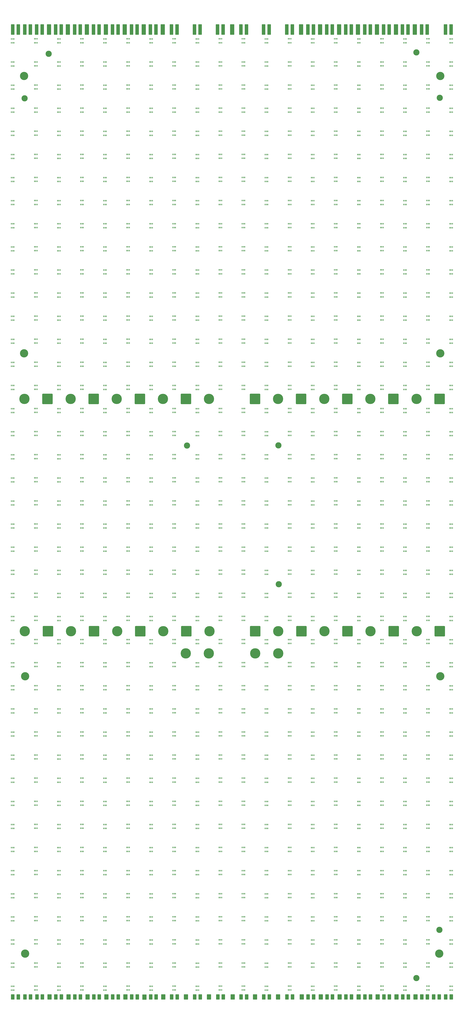
<source format=gts>
G04 #@! TF.GenerationSoftware,KiCad,Pcbnew,7.0.6*
G04 #@! TF.CreationDate,2024-11-03T17:15:59-05:00*
G04 #@! TF.ProjectId,Center_Flex_V1,43656e74-6572-45f4-966c-65785f56312e,rev?*
G04 #@! TF.SameCoordinates,Original*
G04 #@! TF.FileFunction,Soldermask,Top*
G04 #@! TF.FilePolarity,Negative*
%FSLAX46Y46*%
G04 Gerber Fmt 4.6, Leading zero omitted, Abs format (unit mm)*
G04 Created by KiCad (PCBNEW 7.0.6) date 2024-11-03 17:15:59*
%MOMM*%
%LPD*%
G01*
G04 APERTURE LIST*
G04 Aperture macros list*
%AMRoundRect*
0 Rectangle with rounded corners*
0 $1 Rounding radius*
0 $2 $3 $4 $5 $6 $7 $8 $9 X,Y pos of 4 corners*
0 Add a 4 corners polygon primitive as box body*
4,1,4,$2,$3,$4,$5,$6,$7,$8,$9,$2,$3,0*
0 Add four circle primitives for the rounded corners*
1,1,$1+$1,$2,$3*
1,1,$1+$1,$4,$5*
1,1,$1+$1,$6,$7*
1,1,$1+$1,$8,$9*
0 Add four rect primitives between the rounded corners*
20,1,$1+$1,$2,$3,$4,$5,0*
20,1,$1+$1,$4,$5,$6,$7,0*
20,1,$1+$1,$6,$7,$8,$9,0*
20,1,$1+$1,$8,$9,$2,$3,0*%
G04 Aperture macros list end*
%ADD10RoundRect,0.085000X-0.765000X-1.165000X0.765000X-1.165000X0.765000X1.165000X-0.765000X1.165000X0*%
%ADD11RoundRect,0.100000X-0.900000X-1.150000X0.900000X-1.150000X0.900000X1.150000X-0.900000X1.150000X0*%
%ADD12RoundRect,0.100000X0.900000X1.150000X-0.900000X1.150000X-0.900000X-1.150000X0.900000X-1.150000X0*%
%ADD13RoundRect,0.085000X-0.765000X-2.415000X0.765000X-2.415000X0.765000X2.415000X-0.765000X2.415000X0*%
%ADD14RoundRect,0.016000X0.144000X-0.334000X0.144000X0.334000X-0.144000X0.334000X-0.144000X-0.334000X0*%
%ADD15RoundRect,0.016000X-0.144000X0.334000X-0.144000X-0.334000X0.144000X-0.334000X0.144000X0.334000X0*%
%ADD16C,3.000000*%
%ADD17C,5.000000*%
%ADD18RoundRect,0.100000X-0.900000X-2.400000X0.900000X-2.400000X0.900000X2.400000X-0.900000X2.400000X0*%
%ADD19C,4.000000*%
%ADD20RoundRect,0.250000X-2.250000X-2.250000X2.250000X-2.250000X2.250000X2.250000X-2.250000X2.250000X0*%
G04 APERTURE END LIST*
D10*
X617150000Y-673500000D03*
X617150000Y-673500000D03*
X619850000Y-673500000D03*
X619850000Y-673500000D03*
X611350000Y-673500000D03*
X611350000Y-673500000D03*
X614050000Y-673500000D03*
X614050000Y-673500000D03*
X412950000Y-673500000D03*
X412950000Y-673500000D03*
X415650000Y-673500000D03*
X415650000Y-673500000D03*
X407050000Y-673500000D03*
X407050000Y-673500000D03*
X409750000Y-673500000D03*
X409750000Y-673500000D03*
D11*
X602500000Y-673500000D03*
X602500000Y-673500000D03*
X593300000Y-673500000D03*
X593300000Y-673500000D03*
X574900000Y-673500000D03*
X574900000Y-673500000D03*
X556500000Y-673500000D03*
X556500000Y-673500000D03*
X513800000Y-673500000D03*
X513800000Y-673500000D03*
X470900000Y-673525000D03*
X470900000Y-673525000D03*
X452500000Y-673500000D03*
X452500000Y-673500000D03*
X434100000Y-673500000D03*
X434100000Y-673500000D03*
X584100000Y-673500000D03*
X584100000Y-673500000D03*
X565700000Y-673500000D03*
X565700000Y-673500000D03*
X547300000Y-673490000D03*
X547300000Y-673490000D03*
X480100000Y-673490000D03*
X480100000Y-673490000D03*
X461700000Y-673500000D03*
X461700000Y-673500000D03*
X443300000Y-673500000D03*
X443300000Y-673500000D03*
X424900000Y-673500000D03*
X424900000Y-673500000D03*
D12*
X502300000Y-673485000D03*
X502300000Y-673485000D03*
X491100000Y-673485000D03*
X491100000Y-673485000D03*
X535800000Y-673500000D03*
X535800000Y-673500000D03*
X524600000Y-673500000D03*
X524600000Y-673500000D03*
D10*
X559550000Y-673485000D03*
X559550000Y-673485000D03*
X562250000Y-673485000D03*
X562250000Y-673485000D03*
X550350000Y-673485000D03*
X550350000Y-673485000D03*
X553050000Y-673485000D03*
X553050000Y-673485000D03*
X540150000Y-673485000D03*
X540150000Y-673485000D03*
X542850000Y-673485000D03*
X542850000Y-673485000D03*
X528850000Y-673500000D03*
X528850000Y-673500000D03*
X531550000Y-673500000D03*
X531550000Y-673500000D03*
X517850000Y-673485000D03*
X517850000Y-673485000D03*
X520550000Y-673485000D03*
X520550000Y-673485000D03*
X506550000Y-673485000D03*
X506550000Y-673485000D03*
X509250000Y-673485000D03*
X509250000Y-673485000D03*
X495350000Y-673485000D03*
X495350000Y-673485000D03*
X498050000Y-673485000D03*
X498050000Y-673485000D03*
X484150000Y-673485000D03*
X484150000Y-673485000D03*
X486850000Y-673485000D03*
X486850000Y-673485000D03*
X473950000Y-673485000D03*
X473950000Y-673485000D03*
X476650000Y-673485000D03*
X476650000Y-673485000D03*
X464750000Y-673485000D03*
X464750000Y-673485000D03*
X467450000Y-673485000D03*
X467450000Y-673485000D03*
X455550000Y-673485000D03*
X455550000Y-673485000D03*
X458250000Y-673485000D03*
X458250000Y-673485000D03*
X446350000Y-673485000D03*
X446350000Y-673485000D03*
X449050000Y-673485000D03*
X449050000Y-673485000D03*
X437150000Y-673485000D03*
X437150000Y-673485000D03*
X439850000Y-673485000D03*
X439850000Y-673485000D03*
X427950000Y-673485000D03*
X427950000Y-673485000D03*
X430650000Y-673485000D03*
X430650000Y-673485000D03*
X418750000Y-673485000D03*
X418750000Y-673485000D03*
X421450000Y-673485000D03*
X421450000Y-673485000D03*
X605550000Y-673485000D03*
X605550000Y-673485000D03*
X608250000Y-673485000D03*
X608250000Y-673485000D03*
X596350000Y-673485000D03*
X596350000Y-673485000D03*
X599050000Y-673485000D03*
X599050000Y-673485000D03*
X587150000Y-673485000D03*
X587150000Y-673485000D03*
X589850000Y-673485000D03*
X589850000Y-673485000D03*
X577950000Y-673485000D03*
X577950000Y-673485000D03*
X580650000Y-673485000D03*
X580650000Y-673485000D03*
X568750000Y-673485000D03*
X568750000Y-673485000D03*
X571450000Y-673485000D03*
X571450000Y-673485000D03*
D13*
X617050000Y-204500000D03*
X617050000Y-204500000D03*
X619750000Y-204500000D03*
X619750000Y-204500000D03*
X412850000Y-204500000D03*
X412850000Y-204500000D03*
X415550000Y-204500000D03*
X415550000Y-204500000D03*
X407050000Y-204500000D03*
X407050000Y-204500000D03*
X409750000Y-204500000D03*
X409750000Y-204500000D03*
D14*
X518370000Y-278110000D03*
X519000000Y-278110000D03*
X519630000Y-278110000D03*
X519630000Y-276220000D03*
X519000000Y-276220000D03*
X518370000Y-276220000D03*
D15*
X620430000Y-645890000D03*
X619800000Y-645890000D03*
X619170000Y-645890000D03*
X619170000Y-647780000D03*
X619800000Y-647780000D03*
X620430000Y-647780000D03*
D14*
X563170000Y-513310000D03*
X563800000Y-513310000D03*
X564430000Y-513310000D03*
X564430000Y-511420000D03*
X563800000Y-511420000D03*
X563170000Y-511420000D03*
D15*
X575630000Y-298690000D03*
X575000000Y-298690000D03*
X574370000Y-298690000D03*
X574370000Y-300580000D03*
X575000000Y-300580000D03*
X575630000Y-300580000D03*
X407630000Y-634690000D03*
X407000000Y-634690000D03*
X406370000Y-634690000D03*
X406370000Y-636580000D03*
X407000000Y-636580000D03*
X407630000Y-636580000D03*
D16*
X602900000Y-664300000D03*
D14*
X607970000Y-345310000D03*
X608600000Y-345310000D03*
X609230000Y-345310000D03*
X609230000Y-343420000D03*
X608600000Y-343420000D03*
X607970000Y-343420000D03*
D15*
X530830000Y-556290000D03*
X530200000Y-556290000D03*
X529570000Y-556290000D03*
X529570000Y-558180000D03*
X530200000Y-558180000D03*
X530830000Y-558180000D03*
D14*
X484770000Y-569310000D03*
X485400000Y-569310000D03*
X486030000Y-569310000D03*
X486030000Y-567420000D03*
X485400000Y-567420000D03*
X484770000Y-567420000D03*
D15*
X497230000Y-410690000D03*
X496600000Y-410690000D03*
X495970000Y-410690000D03*
X495970000Y-412580000D03*
X496600000Y-412580000D03*
X497230000Y-412580000D03*
X407630000Y-601090000D03*
X407000000Y-601090000D03*
X406370000Y-601090000D03*
X406370000Y-602980000D03*
X407000000Y-602980000D03*
X407630000Y-602980000D03*
X620430000Y-489090000D03*
X619800000Y-489090000D03*
X619170000Y-489090000D03*
X619170000Y-490980000D03*
X619800000Y-490980000D03*
X620430000Y-490980000D03*
X553230000Y-489089999D03*
X552600000Y-489089999D03*
X551970000Y-489089999D03*
X551970000Y-490979999D03*
X552600000Y-490979999D03*
X553230000Y-490979999D03*
X575630000Y-388290001D03*
X575000000Y-388290001D03*
X574370000Y-388290001D03*
X574370000Y-390180001D03*
X575000000Y-390180001D03*
X575630000Y-390180001D03*
D14*
X484770000Y-670110000D03*
X485400000Y-670110000D03*
X486030000Y-670110000D03*
X486030000Y-668220000D03*
X485400000Y-668220000D03*
X484770000Y-668220000D03*
D17*
X412700000Y-383600000D03*
D14*
X484770000Y-278110000D03*
X485400000Y-278110000D03*
X486030000Y-278110000D03*
X486030000Y-276220000D03*
X485400000Y-276220000D03*
X484770000Y-276220000D03*
X507170000Y-401310000D03*
X507800000Y-401310000D03*
X508430000Y-401310000D03*
X508430000Y-399420000D03*
X507800000Y-399420000D03*
X507170000Y-399420000D03*
X540770000Y-602910000D03*
X541400000Y-602910000D03*
X542030000Y-602910000D03*
X542030000Y-601020000D03*
X541400000Y-601020000D03*
X540770000Y-601020000D03*
X484770000Y-647710000D03*
X485400000Y-647710000D03*
X486030000Y-647710000D03*
X486030000Y-645820000D03*
X485400000Y-645820000D03*
X484770000Y-645820000D03*
X585570000Y-625310000D03*
X586200000Y-625310000D03*
X586830000Y-625310000D03*
X586830000Y-623420000D03*
X586200000Y-623420000D03*
X585570000Y-623420000D03*
D17*
X435300000Y-496200000D03*
D14*
X462370000Y-513310000D03*
X463000000Y-513310000D03*
X463630000Y-513310000D03*
X463630000Y-511420000D03*
X463000000Y-511420000D03*
X462370000Y-511420000D03*
X607970000Y-356510000D03*
X608600000Y-356510000D03*
X609230000Y-356510000D03*
X609230000Y-354620000D03*
X608600000Y-354620000D03*
X607970000Y-354620000D03*
X563170000Y-502109999D03*
X563800000Y-502109999D03*
X564430000Y-502109999D03*
X564430000Y-500219999D03*
X563800000Y-500219999D03*
X563170000Y-500219999D03*
X507170000Y-535710000D03*
X507800000Y-535710000D03*
X508430000Y-535710000D03*
X508430000Y-533820000D03*
X507800000Y-533820000D03*
X507170000Y-533820000D03*
X585570000Y-345310000D03*
X586200000Y-345310000D03*
X586830000Y-345310000D03*
X586830000Y-343420000D03*
X586200000Y-343420000D03*
X585570000Y-343420000D03*
D15*
X598030000Y-410690000D03*
X597400000Y-410690000D03*
X596770000Y-410690000D03*
X596770000Y-412580000D03*
X597400000Y-412580000D03*
X598030000Y-412580000D03*
X530830000Y-589890000D03*
X530200000Y-589890000D03*
X529570000Y-589890000D03*
X529570000Y-591780000D03*
X530200000Y-591780000D03*
X530830000Y-591780000D03*
D14*
X540770000Y-513310000D03*
X541400000Y-513310000D03*
X542030000Y-513310000D03*
X542030000Y-511420000D03*
X541400000Y-511420000D03*
X540770000Y-511420000D03*
D15*
X407630000Y-589890001D03*
X407000000Y-589890001D03*
X406370000Y-589890001D03*
X406370000Y-591780001D03*
X407000000Y-591780001D03*
X407630000Y-591780001D03*
D14*
X563170000Y-602910000D03*
X563800000Y-602910000D03*
X564430000Y-602910000D03*
X564430000Y-601020000D03*
X563800000Y-601020000D03*
X563170000Y-601020000D03*
X439970000Y-658910000D03*
X440600000Y-658910000D03*
X441230000Y-658910000D03*
X441230000Y-657020000D03*
X440600000Y-657020000D03*
X439970000Y-657020000D03*
D18*
X556200000Y-204500000D03*
X556200000Y-204500000D03*
D15*
X553230000Y-522690000D03*
X552600000Y-522690000D03*
X551970000Y-522690000D03*
X551970000Y-524580000D03*
X552600000Y-524580000D03*
X553230000Y-524580000D03*
D14*
X484770000Y-513310000D03*
X485400000Y-513310000D03*
X486030000Y-513310000D03*
X486030000Y-511420000D03*
X485400000Y-511420000D03*
X484770000Y-511420000D03*
D15*
X598030000Y-209090000D03*
X597400000Y-209090000D03*
X596770000Y-209090000D03*
X596770000Y-210980000D03*
X597400000Y-210980000D03*
X598030000Y-210980000D03*
D19*
X614500000Y-227000000D03*
D15*
X497230000Y-444290000D03*
X496600000Y-444290000D03*
X495970000Y-444290000D03*
X495970000Y-446180000D03*
X496600000Y-446180000D03*
X497230000Y-446180000D03*
D14*
X540770000Y-233310000D03*
X541400000Y-233310000D03*
X542030000Y-233310000D03*
X542030000Y-231420000D03*
X541400000Y-231420000D03*
X540770000Y-231420000D03*
D15*
X598030000Y-578690000D03*
X597400000Y-578690000D03*
X596770000Y-578690000D03*
X596770000Y-580580000D03*
X597400000Y-580580000D03*
X598030000Y-580580000D03*
D14*
X507170000Y-210910000D03*
X507800000Y-210910000D03*
X508430000Y-210910000D03*
X508430000Y-209020000D03*
X507800000Y-209020000D03*
X507170000Y-209020000D03*
X563170000Y-311710000D03*
X563800000Y-311710000D03*
X564430000Y-311710000D03*
X564430000Y-309820000D03*
X563800000Y-309820000D03*
X563170000Y-309820000D03*
X585570000Y-614110000D03*
X586200000Y-614110000D03*
X586830000Y-614110000D03*
X586830000Y-612220000D03*
X586200000Y-612220000D03*
X585570000Y-612220000D03*
D18*
X547000000Y-204515000D03*
X547000000Y-204515000D03*
D14*
X585570000Y-289310000D03*
X586200000Y-289310000D03*
X586830000Y-289310000D03*
X586830000Y-287420000D03*
X586200000Y-287420000D03*
X585570000Y-287420000D03*
D15*
X575630000Y-433090000D03*
X575000000Y-433090000D03*
X574370000Y-433090000D03*
X574370000Y-434980000D03*
X575000000Y-434980000D03*
X575630000Y-434980000D03*
X620430000Y-466690000D03*
X619800000Y-466690000D03*
X619170000Y-466690000D03*
X619170000Y-468580000D03*
X619800000Y-468580000D03*
X620430000Y-468580000D03*
D14*
X607970000Y-502110000D03*
X608600000Y-502110000D03*
X609230000Y-502110000D03*
X609230000Y-500220000D03*
X608600000Y-500220000D03*
X607970000Y-500220000D03*
D15*
X620430000Y-276290000D03*
X619800000Y-276290000D03*
X619170000Y-276290000D03*
X619170000Y-278180000D03*
X619800000Y-278180000D03*
X620430000Y-278180000D03*
X575630000Y-321090001D03*
X575000000Y-321090001D03*
X574370000Y-321090001D03*
X574370000Y-322980001D03*
X575000000Y-322980001D03*
X575630000Y-322980001D03*
X530830000Y-309890000D03*
X530200000Y-309890000D03*
X529570000Y-309890000D03*
X529570000Y-311780000D03*
X530200000Y-311780000D03*
X530830000Y-311780000D03*
D17*
X558200000Y-383600000D03*
D14*
X563170000Y-614110000D03*
X563800000Y-614110000D03*
X564430000Y-614110000D03*
X564430000Y-612220000D03*
X563800000Y-612220000D03*
X563170000Y-612220000D03*
D15*
X553230000Y-220289999D03*
X552600000Y-220289999D03*
X551970000Y-220289999D03*
X551970000Y-222179999D03*
X552600000Y-222179999D03*
X553230000Y-222179999D03*
D19*
X614500000Y-518000000D03*
D14*
X518370000Y-378910000D03*
X519000000Y-378910000D03*
X519630000Y-378910000D03*
X519630000Y-377020000D03*
X519000000Y-377020000D03*
X518370000Y-377020000D03*
X540770000Y-490909999D03*
X541400000Y-490909999D03*
X542030000Y-490909999D03*
X542030000Y-489019999D03*
X541400000Y-489019999D03*
X540770000Y-489019999D03*
D15*
X530830000Y-623490000D03*
X530200000Y-623490000D03*
X529570000Y-623490000D03*
X529570000Y-625380000D03*
X530200000Y-625380000D03*
X530830000Y-625380000D03*
D14*
X462370000Y-625310000D03*
X463000000Y-625310000D03*
X463630000Y-625310000D03*
X463630000Y-623420000D03*
X463000000Y-623420000D03*
X462370000Y-623420000D03*
D15*
X430030000Y-220290000D03*
X429400000Y-220290000D03*
X428770000Y-220290000D03*
X428770000Y-222180000D03*
X429400000Y-222180000D03*
X430030000Y-222180000D03*
D14*
X540770000Y-289310000D03*
X541400000Y-289310000D03*
X542030000Y-289310000D03*
X542030000Y-287420000D03*
X541400000Y-287420000D03*
X540770000Y-287420000D03*
X484770000Y-322910000D03*
X485400000Y-322910000D03*
X486030000Y-322910000D03*
X486030000Y-321020000D03*
X485400000Y-321020000D03*
X484770000Y-321020000D03*
D15*
X553230000Y-253890000D03*
X552600000Y-253890000D03*
X551970000Y-253890000D03*
X551970000Y-255780000D03*
X552600000Y-255780000D03*
X553230000Y-255780000D03*
D14*
X417570000Y-378910001D03*
X418200000Y-378910001D03*
X418830000Y-378910001D03*
X418830000Y-377020001D03*
X418200000Y-377020001D03*
X417570000Y-377020001D03*
X507170000Y-289309999D03*
X507800000Y-289309999D03*
X508430000Y-289309999D03*
X508430000Y-287419999D03*
X507800000Y-287419999D03*
X507170000Y-287419999D03*
D15*
X474830000Y-242690000D03*
X474200000Y-242690000D03*
X473570000Y-242690000D03*
X473570000Y-244580000D03*
X474200000Y-244580000D03*
X474830000Y-244580000D03*
D14*
X417570000Y-658910001D03*
X418200000Y-658910001D03*
X418830000Y-658910001D03*
X418830000Y-657020001D03*
X418200000Y-657020001D03*
X417570000Y-657020001D03*
D15*
X497230000Y-321090000D03*
X496600000Y-321090000D03*
X495970000Y-321090000D03*
X495970000Y-322980000D03*
X496600000Y-322980000D03*
X497230000Y-322980000D03*
X598030000Y-533890000D03*
X597400000Y-533890000D03*
X596770000Y-533890000D03*
X596770000Y-535780000D03*
X597400000Y-535780000D03*
X598030000Y-535780000D03*
X553230000Y-589890000D03*
X552600000Y-589890000D03*
X551970000Y-589890000D03*
X551970000Y-591780000D03*
X552600000Y-591780000D03*
X553230000Y-591780000D03*
X598030000Y-623490000D03*
X597400000Y-623490000D03*
X596770000Y-623490000D03*
X596770000Y-625380000D03*
X597400000Y-625380000D03*
X598030000Y-625380000D03*
D14*
X518370000Y-390110000D03*
X519000000Y-390110000D03*
X519630000Y-390110000D03*
X519630000Y-388220000D03*
X519000000Y-388220000D03*
X518370000Y-388220000D03*
D15*
X497230000Y-567489999D03*
X496600000Y-567489999D03*
X495970000Y-567489999D03*
X495970000Y-569379999D03*
X496600000Y-569379999D03*
X497230000Y-569379999D03*
D14*
X439970000Y-636510000D03*
X440600000Y-636510000D03*
X441230000Y-636510000D03*
X441230000Y-634620000D03*
X440600000Y-634620000D03*
X439970000Y-634620000D03*
X484770000Y-490909999D03*
X485400000Y-490909999D03*
X486030000Y-490909999D03*
X486030000Y-489019999D03*
X485400000Y-489019999D03*
X484770000Y-489019999D03*
X607970000Y-266910000D03*
X608600000Y-266910000D03*
X609230000Y-266910000D03*
X609230000Y-265020000D03*
X608600000Y-265020000D03*
X607970000Y-265020000D03*
D15*
X452430000Y-444290000D03*
X451800000Y-444290000D03*
X451170000Y-444290000D03*
X451170000Y-446180000D03*
X451800000Y-446180000D03*
X452430000Y-446180000D03*
D14*
X563170000Y-670110000D03*
X563800000Y-670110000D03*
X564430000Y-670110000D03*
X564430000Y-668220000D03*
X563800000Y-668220000D03*
X563170000Y-668220000D03*
X462370000Y-222110000D03*
X463000000Y-222110000D03*
X463630000Y-222110000D03*
X463630000Y-220220000D03*
X463000000Y-220220000D03*
X462370000Y-220220000D03*
X540770000Y-345310000D03*
X541400000Y-345310000D03*
X542030000Y-345310000D03*
X542030000Y-343420000D03*
X541400000Y-343420000D03*
X540770000Y-343420000D03*
X585570000Y-322910001D03*
X586200000Y-322910001D03*
X586830000Y-322910001D03*
X586830000Y-321020001D03*
X586200000Y-321020001D03*
X585570000Y-321020001D03*
D15*
X575630000Y-410690000D03*
X575000000Y-410690000D03*
X574370000Y-410690000D03*
X574370000Y-412580000D03*
X575000000Y-412580000D03*
X575630000Y-412580000D03*
D14*
X585570000Y-591710000D03*
X586200000Y-591710000D03*
X586830000Y-591710000D03*
X586830000Y-589820000D03*
X586200000Y-589820000D03*
X585570000Y-589820000D03*
D15*
X430030000Y-242690000D03*
X429400000Y-242690000D03*
X428770000Y-242690000D03*
X428770000Y-244580000D03*
X429400000Y-244580000D03*
X430030000Y-244580000D03*
D14*
X563170000Y-625309999D03*
X563800000Y-625309999D03*
X564430000Y-625309999D03*
X564430000Y-623419999D03*
X563800000Y-623419999D03*
X563170000Y-623419999D03*
X507170000Y-367709999D03*
X507800000Y-367709999D03*
X508430000Y-367709999D03*
X508430000Y-365819999D03*
X507800000Y-365819999D03*
X507170000Y-365819999D03*
D15*
X530830000Y-634690000D03*
X530200000Y-634690000D03*
X529570000Y-634690000D03*
X529570000Y-636580000D03*
X530200000Y-636580000D03*
X530830000Y-636580000D03*
D14*
X585570000Y-569310000D03*
X586200000Y-569310000D03*
X586830000Y-569310000D03*
X586830000Y-567420000D03*
X586200000Y-567420000D03*
X585570000Y-567420000D03*
X540770000Y-278110000D03*
X541400000Y-278110000D03*
X542030000Y-278110000D03*
X542030000Y-276220000D03*
X541400000Y-276220000D03*
X540770000Y-276220000D03*
X484770000Y-244510000D03*
X485400000Y-244510000D03*
X486030000Y-244510000D03*
X486030000Y-242620000D03*
X485400000Y-242620000D03*
X484770000Y-242620000D03*
D15*
X553230000Y-500289999D03*
X552600000Y-500289999D03*
X551970000Y-500289999D03*
X551970000Y-502179999D03*
X552600000Y-502179999D03*
X553230000Y-502179999D03*
D14*
X563170000Y-210910000D03*
X563800000Y-210910000D03*
X564430000Y-210910000D03*
X564430000Y-209020000D03*
X563800000Y-209020000D03*
X563170000Y-209020000D03*
X607970000Y-210910000D03*
X608600000Y-210910000D03*
X609230000Y-210910000D03*
X609230000Y-209020000D03*
X608600000Y-209020000D03*
X607970000Y-209020000D03*
X507170000Y-636509999D03*
X507800000Y-636509999D03*
X508430000Y-636509999D03*
X508430000Y-634619999D03*
X507800000Y-634619999D03*
X507170000Y-634619999D03*
D15*
X497230000Y-343490000D03*
X496600000Y-343490000D03*
X495970000Y-343490000D03*
X495970000Y-345380000D03*
X496600000Y-345380000D03*
X497230000Y-345380000D03*
D17*
X491000000Y-506900000D03*
D15*
X530830000Y-365890000D03*
X530200000Y-365890000D03*
X529570000Y-365890000D03*
X529570000Y-367780000D03*
X530200000Y-367780000D03*
X530830000Y-367780000D03*
D14*
X484770000Y-502110000D03*
X485400000Y-502110000D03*
X486030000Y-502110000D03*
X486030000Y-500220000D03*
X485400000Y-500220000D03*
X484770000Y-500220000D03*
X563170000Y-434909999D03*
X563800000Y-434909999D03*
X564430000Y-434909999D03*
X564430000Y-433019999D03*
X563800000Y-433019999D03*
X563170000Y-433019999D03*
X518370000Y-569310000D03*
X519000000Y-569310000D03*
X519630000Y-569310000D03*
X519630000Y-567420000D03*
X519000000Y-567420000D03*
X518370000Y-567420000D03*
D15*
X497230000Y-511490000D03*
X496600000Y-511490000D03*
X495970000Y-511490000D03*
X495970000Y-513380000D03*
X496600000Y-513380000D03*
X497230000Y-513380000D03*
X474830000Y-399490000D03*
X474200000Y-399490000D03*
X473570000Y-399490000D03*
X473570000Y-401380000D03*
X474200000Y-401380000D03*
X474830000Y-401380000D03*
X430030000Y-578690000D03*
X429400000Y-578690000D03*
X428770000Y-578690000D03*
X428770000Y-580580000D03*
X429400000Y-580580000D03*
X430030000Y-580580000D03*
X620430000Y-388290000D03*
X619800000Y-388290000D03*
X619170000Y-388290000D03*
X619170000Y-390180000D03*
X619800000Y-390180000D03*
X620430000Y-390180000D03*
D14*
X507170000Y-423709999D03*
X507800000Y-423709999D03*
X508430000Y-423709999D03*
X508430000Y-421819999D03*
X507800000Y-421819999D03*
X507170000Y-421819999D03*
D15*
X620430000Y-253890000D03*
X619800000Y-253890000D03*
X619170000Y-253890000D03*
X619170000Y-255780000D03*
X619800000Y-255780000D03*
X620430000Y-255780000D03*
D14*
X563170000Y-278110000D03*
X563800000Y-278110000D03*
X564430000Y-278110000D03*
X564430000Y-276220000D03*
X563800000Y-276220000D03*
X563170000Y-276220000D03*
D15*
X474830000Y-533890000D03*
X474200000Y-533890000D03*
X473570000Y-533890000D03*
X473570000Y-535780000D03*
X474200000Y-535780000D03*
X474830000Y-535780000D03*
X474830000Y-511490000D03*
X474200000Y-511490000D03*
X473570000Y-511490000D03*
X473570000Y-513380000D03*
X474200000Y-513380000D03*
X474830000Y-513380000D03*
D14*
X607970000Y-546910000D03*
X608600000Y-546910000D03*
X609230000Y-546910000D03*
X609230000Y-545020000D03*
X608600000Y-545020000D03*
X607970000Y-545020000D03*
X585570000Y-233310000D03*
X586200000Y-233310000D03*
X586830000Y-233310000D03*
X586830000Y-231420000D03*
X586200000Y-231420000D03*
X585570000Y-231420000D03*
X585570000Y-244510001D03*
X586200000Y-244510001D03*
X586830000Y-244510001D03*
X586830000Y-242620001D03*
X586200000Y-242620001D03*
X585570000Y-242620001D03*
X417570000Y-591710001D03*
X418200000Y-591710001D03*
X418830000Y-591710001D03*
X418830000Y-589820001D03*
X418200000Y-589820001D03*
X417570000Y-589820001D03*
X484770000Y-311710000D03*
X485400000Y-311710000D03*
X486030000Y-311710000D03*
X486030000Y-309820000D03*
X485400000Y-309820000D03*
X484770000Y-309820000D03*
D15*
X452430000Y-601090000D03*
X451800000Y-601090000D03*
X451170000Y-601090000D03*
X451170000Y-602980000D03*
X451800000Y-602980000D03*
X452430000Y-602980000D03*
D14*
X540770000Y-591710000D03*
X541400000Y-591710000D03*
X542030000Y-591710000D03*
X542030000Y-589820000D03*
X541400000Y-589820000D03*
X540770000Y-589820000D03*
X518370000Y-367710000D03*
X519000000Y-367710000D03*
X519630000Y-367710000D03*
X519630000Y-365820000D03*
X519000000Y-365820000D03*
X518370000Y-365820000D03*
X462370000Y-322910000D03*
X463000000Y-322910000D03*
X463630000Y-322910000D03*
X463630000Y-321020000D03*
X463000000Y-321020000D03*
X462370000Y-321020000D03*
D15*
X553230000Y-444290000D03*
X552600000Y-444290000D03*
X551970000Y-444290000D03*
X551970000Y-446180000D03*
X552600000Y-446180000D03*
X553230000Y-446180000D03*
D14*
X507170000Y-457310000D03*
X507800000Y-457310000D03*
X508430000Y-457310000D03*
X508430000Y-455420000D03*
X507800000Y-455420000D03*
X507170000Y-455420000D03*
D15*
X620430000Y-231490000D03*
X619800000Y-231490000D03*
X619170000Y-231490000D03*
X619170000Y-233380000D03*
X619800000Y-233380000D03*
X620430000Y-233380000D03*
X530830000Y-466690000D03*
X530200000Y-466690000D03*
X529570000Y-466690000D03*
X529570000Y-468580000D03*
X530200000Y-468580000D03*
X530830000Y-468580000D03*
X430030000Y-321090001D03*
X429400000Y-321090001D03*
X428770000Y-321090001D03*
X428770000Y-322980001D03*
X429400000Y-322980001D03*
X430030000Y-322980001D03*
D14*
X484770000Y-658910000D03*
X485400000Y-658910000D03*
X486030000Y-658910000D03*
X486030000Y-657020000D03*
X485400000Y-657020000D03*
X484770000Y-657020000D03*
D15*
X430030000Y-455490001D03*
X429400000Y-455490001D03*
X428770000Y-455490001D03*
X428770000Y-457380001D03*
X429400000Y-457380001D03*
X430030000Y-457380001D03*
X430030000Y-522690001D03*
X429400000Y-522690001D03*
X428770000Y-522690001D03*
X428770000Y-524580001D03*
X429400000Y-524580001D03*
X430030000Y-524580001D03*
D14*
X585570000Y-490910000D03*
X586200000Y-490910000D03*
X586830000Y-490910000D03*
X586830000Y-489020000D03*
X586200000Y-489020000D03*
X585570000Y-489020000D03*
X462370000Y-334110000D03*
X463000000Y-334110000D03*
X463630000Y-334110000D03*
X463630000Y-332220000D03*
X463000000Y-332220000D03*
X462370000Y-332220000D03*
D15*
X407630000Y-668290000D03*
X407000000Y-668290000D03*
X406370000Y-668290000D03*
X406370000Y-670180000D03*
X407000000Y-670180000D03*
X407630000Y-670180000D03*
D14*
X540770000Y-457310000D03*
X541400000Y-457310000D03*
X542030000Y-457310000D03*
X542030000Y-455420000D03*
X541400000Y-455420000D03*
X540770000Y-455420000D03*
D15*
X553230000Y-612290000D03*
X552600000Y-612290000D03*
X551970000Y-612290000D03*
X551970000Y-614180000D03*
X552600000Y-614180000D03*
X553230000Y-614180000D03*
D20*
X491300000Y-496200000D03*
D15*
X553230000Y-377090000D03*
X552600000Y-377090000D03*
X551970000Y-377090000D03*
X551970000Y-378980000D03*
X552600000Y-378980000D03*
X553230000Y-378980000D03*
X598030000Y-500290000D03*
X597400000Y-500290000D03*
X596770000Y-500290000D03*
X596770000Y-502180000D03*
X597400000Y-502180000D03*
X598030000Y-502180000D03*
X430030000Y-489090000D03*
X429400000Y-489090000D03*
X428770000Y-489090000D03*
X428770000Y-490980000D03*
X429400000Y-490980000D03*
X430030000Y-490980000D03*
X620430000Y-545090000D03*
X619800000Y-545090000D03*
X619170000Y-545090000D03*
X619170000Y-546980000D03*
X619800000Y-546980000D03*
X620430000Y-546980000D03*
X407630000Y-209090000D03*
X407000000Y-209090000D03*
X406370000Y-209090000D03*
X406370000Y-210980000D03*
X407000000Y-210980000D03*
X407630000Y-210980000D03*
D14*
X417570000Y-546910000D03*
X418200000Y-546910000D03*
X418830000Y-546910000D03*
X418830000Y-545020000D03*
X418200000Y-545020000D03*
X417570000Y-545020000D03*
X518370000Y-502110000D03*
X519000000Y-502110000D03*
X519630000Y-502110000D03*
X519630000Y-500220000D03*
X519000000Y-500220000D03*
X518370000Y-500220000D03*
X507170000Y-468510000D03*
X507800000Y-468510000D03*
X508430000Y-468510000D03*
X508430000Y-466620000D03*
X507800000Y-466620000D03*
X507170000Y-466620000D03*
X507170000Y-356509999D03*
X507800000Y-356509999D03*
X508430000Y-356509999D03*
X508430000Y-354619999D03*
X507800000Y-354619999D03*
X507170000Y-354619999D03*
X518370000Y-434910000D03*
X519000000Y-434910000D03*
X519630000Y-434910000D03*
X519630000Y-433020000D03*
X519000000Y-433020000D03*
X518370000Y-433020000D03*
D16*
X491600000Y-406200000D03*
D15*
X620430000Y-399490000D03*
X619800000Y-399490000D03*
X619170000Y-399490000D03*
X619170000Y-401380000D03*
X619800000Y-401380000D03*
X620430000Y-401380000D03*
D14*
X484770000Y-401310000D03*
X485400000Y-401310000D03*
X486030000Y-401310000D03*
X486030000Y-399420000D03*
X485400000Y-399420000D03*
X484770000Y-399420000D03*
D15*
X553230000Y-231489999D03*
X552600000Y-231489999D03*
X551970000Y-231489999D03*
X551970000Y-233379999D03*
X552600000Y-233379999D03*
X553230000Y-233379999D03*
D14*
X607970000Y-558110000D03*
X608600000Y-558110000D03*
X609230000Y-558110000D03*
X609230000Y-556220000D03*
X608600000Y-556220000D03*
X607970000Y-556220000D03*
X607970000Y-457310000D03*
X608600000Y-457310000D03*
X609230000Y-457310000D03*
X609230000Y-455420000D03*
X608600000Y-455420000D03*
X607970000Y-455420000D03*
D18*
X424600000Y-204500000D03*
X424600000Y-204500000D03*
D14*
X540770000Y-222109999D03*
X541400000Y-222109999D03*
X542030000Y-222109999D03*
X542030000Y-220219999D03*
X541400000Y-220219999D03*
X540770000Y-220219999D03*
X507170000Y-558109999D03*
X507800000Y-558109999D03*
X508430000Y-558109999D03*
X508430000Y-556219999D03*
X507800000Y-556219999D03*
X507170000Y-556219999D03*
X518370000Y-647710000D03*
X519000000Y-647710000D03*
X519630000Y-647710000D03*
X519630000Y-645820000D03*
X519000000Y-645820000D03*
X518370000Y-645820000D03*
D15*
X575630000Y-231490000D03*
X575000000Y-231490000D03*
X574370000Y-231490000D03*
X574370000Y-233380000D03*
X575000000Y-233380000D03*
X575630000Y-233380000D03*
D14*
X540770000Y-658910000D03*
X541400000Y-658910000D03*
X542030000Y-658910000D03*
X542030000Y-657020000D03*
X541400000Y-657020000D03*
X540770000Y-657020000D03*
X563170000Y-490909999D03*
X563800000Y-490909999D03*
X564430000Y-490909999D03*
X564430000Y-489019999D03*
X563800000Y-489019999D03*
X563170000Y-489019999D03*
D15*
X407630000Y-545090000D03*
X407000000Y-545090000D03*
X406370000Y-545090000D03*
X406370000Y-546980000D03*
X407000000Y-546980000D03*
X407630000Y-546980000D03*
X497230000Y-545090000D03*
X496600000Y-545090000D03*
X495970000Y-545090000D03*
X495970000Y-546980000D03*
X496600000Y-546980000D03*
X497230000Y-546980000D03*
D14*
X484770000Y-255710000D03*
X485400000Y-255710000D03*
X486030000Y-255710000D03*
X486030000Y-253820000D03*
X485400000Y-253820000D03*
X484770000Y-253820000D03*
X585570000Y-457310000D03*
X586200000Y-457310000D03*
X586830000Y-457310000D03*
X586830000Y-455420000D03*
X586200000Y-455420000D03*
X585570000Y-455420000D03*
X607970000Y-658910000D03*
X608600000Y-658910000D03*
X609230000Y-658910000D03*
X609230000Y-657020000D03*
X608600000Y-657020000D03*
X607970000Y-657020000D03*
X439970000Y-266910000D03*
X440600000Y-266910000D03*
X441230000Y-266910000D03*
X441230000Y-265020000D03*
X440600000Y-265020000D03*
X439970000Y-265020000D03*
D15*
X553230000Y-668290000D03*
X552600000Y-668290000D03*
X551970000Y-668290000D03*
X551970000Y-670180000D03*
X552600000Y-670180000D03*
X553230000Y-670180000D03*
D14*
X439970000Y-233310000D03*
X440600000Y-233310000D03*
X441230000Y-233310000D03*
X441230000Y-231420000D03*
X440600000Y-231420000D03*
X439970000Y-231420000D03*
X484770000Y-434910000D03*
X485400000Y-434910000D03*
X486030000Y-434910000D03*
X486030000Y-433020000D03*
X485400000Y-433020000D03*
X484770000Y-433020000D03*
X585570000Y-524510000D03*
X586200000Y-524510000D03*
X586830000Y-524510000D03*
X586830000Y-522620000D03*
X586200000Y-522620000D03*
X585570000Y-522620000D03*
D15*
X407630000Y-265090000D03*
X407000000Y-265090000D03*
X406370000Y-265090000D03*
X406370000Y-266980000D03*
X407000000Y-266980000D03*
X407630000Y-266980000D03*
X620430000Y-444290000D03*
X619800000Y-444290000D03*
X619170000Y-444290000D03*
X619170000Y-446180000D03*
X619800000Y-446180000D03*
X620430000Y-446180000D03*
X620430000Y-533890000D03*
X619800000Y-533890000D03*
X619170000Y-533890000D03*
X619170000Y-535780000D03*
X619800000Y-535780000D03*
X620430000Y-535780000D03*
X497230000Y-589890000D03*
X496600000Y-589890000D03*
X495970000Y-589890000D03*
X495970000Y-591780000D03*
X496600000Y-591780000D03*
X497230000Y-591780000D03*
X474830000Y-645890000D03*
X474200000Y-645890000D03*
X473570000Y-645890000D03*
X473570000Y-647780000D03*
X474200000Y-647780000D03*
X474830000Y-647780000D03*
X575630000Y-634690000D03*
X575000000Y-634690000D03*
X574370000Y-634690000D03*
X574370000Y-636580000D03*
X575000000Y-636580000D03*
X575630000Y-636580000D03*
X452430000Y-332290000D03*
X451800000Y-332290000D03*
X451170000Y-332290000D03*
X451170000Y-334180000D03*
X451800000Y-334180000D03*
X452430000Y-334180000D03*
D14*
X563170000Y-300510000D03*
X563800000Y-300510000D03*
X564430000Y-300510000D03*
X564430000Y-298620000D03*
X563800000Y-298620000D03*
X563170000Y-298620000D03*
D15*
X474830000Y-321090000D03*
X474200000Y-321090000D03*
X473570000Y-321090000D03*
X473570000Y-322980000D03*
X474200000Y-322980000D03*
X474830000Y-322980000D03*
D13*
X568650000Y-204485000D03*
X568650000Y-204485000D03*
X571350000Y-204485000D03*
X571350000Y-204485000D03*
D14*
X607970000Y-311710000D03*
X608600000Y-311710000D03*
X609230000Y-311710000D03*
X609230000Y-309820000D03*
X608600000Y-309820000D03*
X607970000Y-309820000D03*
D15*
X407630000Y-309890001D03*
X407000000Y-309890001D03*
X406370000Y-309890001D03*
X406370000Y-311780001D03*
X407000000Y-311780001D03*
X407630000Y-311780001D03*
D14*
X507170000Y-322910000D03*
X507800000Y-322910000D03*
X508430000Y-322910000D03*
X508430000Y-321020000D03*
X507800000Y-321020000D03*
X507170000Y-321020000D03*
X507170000Y-300509999D03*
X507800000Y-300509999D03*
X508430000Y-300509999D03*
X508430000Y-298619999D03*
X507800000Y-298619999D03*
X507170000Y-298619999D03*
X540770000Y-434910000D03*
X541400000Y-434910000D03*
X542030000Y-434910000D03*
X542030000Y-433020000D03*
X541400000Y-433020000D03*
X540770000Y-433020000D03*
D15*
X430030000Y-287490000D03*
X429400000Y-287490000D03*
X428770000Y-287490000D03*
X428770000Y-289380000D03*
X429400000Y-289380000D03*
X430030000Y-289380000D03*
D17*
X535900000Y-496200000D03*
D15*
X553230000Y-242690000D03*
X552600000Y-242690000D03*
X551970000Y-242690000D03*
X551970000Y-244580000D03*
X552600000Y-244580000D03*
X553230000Y-244580000D03*
X598030000Y-421890000D03*
X597400000Y-421890000D03*
X596770000Y-421890000D03*
X596770000Y-423780000D03*
X597400000Y-423780000D03*
X598030000Y-423780000D03*
D14*
X439970000Y-558110000D03*
X440600000Y-558110000D03*
X441230000Y-558110000D03*
X441230000Y-556220000D03*
X440600000Y-556220000D03*
X439970000Y-556220000D03*
X607970000Y-625310000D03*
X608600000Y-625310000D03*
X609230000Y-625310000D03*
X609230000Y-623420000D03*
X608600000Y-623420000D03*
X607970000Y-623420000D03*
X484770000Y-423709999D03*
X485400000Y-423709999D03*
X486030000Y-423709999D03*
X486030000Y-421819999D03*
X485400000Y-421819999D03*
X484770000Y-421819999D03*
X607970000Y-636510000D03*
X608600000Y-636510000D03*
X609230000Y-636510000D03*
X609230000Y-634620000D03*
X608600000Y-634620000D03*
X607970000Y-634620000D03*
X417570000Y-490910000D03*
X418200000Y-490910000D03*
X418830000Y-490910000D03*
X418830000Y-489020000D03*
X418200000Y-489020000D03*
X417570000Y-489020000D03*
X518370000Y-546910000D03*
X519000000Y-546910000D03*
X519630000Y-546910000D03*
X519630000Y-545020000D03*
X519000000Y-545020000D03*
X518370000Y-545020000D03*
X518370000Y-468510000D03*
X519000000Y-468510000D03*
X519630000Y-468510000D03*
X519630000Y-466620000D03*
X519000000Y-466620000D03*
X518370000Y-466620000D03*
D15*
X575630000Y-343490000D03*
X575000000Y-343490000D03*
X574370000Y-343490000D03*
X574370000Y-345380000D03*
X575000000Y-345380000D03*
X575630000Y-345380000D03*
D14*
X540770000Y-614110000D03*
X541400000Y-614110000D03*
X542030000Y-614110000D03*
X542030000Y-612220000D03*
X541400000Y-612220000D03*
X540770000Y-612220000D03*
X563170000Y-558109999D03*
X563800000Y-558109999D03*
X564430000Y-558109999D03*
X564430000Y-556219999D03*
X563800000Y-556219999D03*
X563170000Y-556219999D03*
X462370000Y-233310000D03*
X463000000Y-233310000D03*
X463630000Y-233310000D03*
X463630000Y-231420000D03*
X463000000Y-231420000D03*
X462370000Y-231420000D03*
X484770000Y-457310000D03*
X485400000Y-457310000D03*
X486030000Y-457310000D03*
X486030000Y-455420000D03*
X485400000Y-455420000D03*
X484770000Y-455420000D03*
D15*
X575630000Y-365890000D03*
X575000000Y-365890000D03*
X574370000Y-365890000D03*
X574370000Y-367780000D03*
X575000000Y-367780000D03*
X575630000Y-367780000D03*
D14*
X462370000Y-468510000D03*
X463000000Y-468510000D03*
X463630000Y-468510000D03*
X463630000Y-466620000D03*
X463000000Y-466620000D03*
X462370000Y-466620000D03*
D18*
X443000000Y-204500000D03*
X443000000Y-204500000D03*
D14*
X585570000Y-222110000D03*
X586200000Y-222110000D03*
X586830000Y-222110000D03*
X586830000Y-220220000D03*
X586200000Y-220220000D03*
X585570000Y-220220000D03*
X507170000Y-255710000D03*
X507800000Y-255710000D03*
X508430000Y-255710000D03*
X508430000Y-253820000D03*
X507800000Y-253820000D03*
X507170000Y-253820000D03*
D15*
X598030000Y-388290001D03*
X597400000Y-388290001D03*
X596770000Y-388290001D03*
X596770000Y-390180001D03*
X597400000Y-390180001D03*
X598030000Y-390180001D03*
D16*
X412800000Y-237900000D03*
D15*
X474830000Y-231490000D03*
X474200000Y-231490000D03*
X473570000Y-231490000D03*
X473570000Y-233380000D03*
X474200000Y-233380000D03*
X474830000Y-233380000D03*
X598030000Y-433090000D03*
X597400000Y-433090000D03*
X596770000Y-433090000D03*
X596770000Y-434980000D03*
X597400000Y-434980000D03*
X598030000Y-434980000D03*
D18*
X593000000Y-204500000D03*
X593000000Y-204500000D03*
D15*
X553230000Y-433089999D03*
X552600000Y-433089999D03*
X551970000Y-433089999D03*
X551970000Y-434979999D03*
X552600000Y-434979999D03*
X553230000Y-434979999D03*
X553230000Y-287490000D03*
X552600000Y-287490000D03*
X551970000Y-287490000D03*
X551970000Y-289380000D03*
X552600000Y-289380000D03*
X553230000Y-289380000D03*
X575630000Y-332290000D03*
X575000000Y-332290000D03*
X574370000Y-332290000D03*
X574370000Y-334180000D03*
X575000000Y-334180000D03*
X575630000Y-334180000D03*
X530830000Y-276290000D03*
X530200000Y-276290000D03*
X529570000Y-276290000D03*
X529570000Y-278180000D03*
X530200000Y-278180000D03*
X530830000Y-278180000D03*
D14*
X484770000Y-546910000D03*
X485400000Y-546910000D03*
X486030000Y-546910000D03*
X486030000Y-545020000D03*
X485400000Y-545020000D03*
X484770000Y-545020000D03*
D17*
X480100000Y-496200000D03*
D15*
X598030000Y-668290000D03*
X597400000Y-668290000D03*
X596770000Y-668290000D03*
X596770000Y-670180000D03*
X597400000Y-670180000D03*
X598030000Y-670180000D03*
D14*
X563170000Y-636509999D03*
X563800000Y-636509999D03*
X564430000Y-636509999D03*
X564430000Y-634619999D03*
X563800000Y-634619999D03*
X563170000Y-634619999D03*
X417570000Y-524510001D03*
X418200000Y-524510001D03*
X418830000Y-524510001D03*
X418830000Y-522620001D03*
X418200000Y-522620001D03*
X417570000Y-522620001D03*
D15*
X407630000Y-276290000D03*
X407000000Y-276290000D03*
X406370000Y-276290000D03*
X406370000Y-278180000D03*
X407000000Y-278180000D03*
X407630000Y-278180000D03*
X553230000Y-332290000D03*
X552600000Y-332290000D03*
X551970000Y-332290000D03*
X551970000Y-334180000D03*
X552600000Y-334180000D03*
X553230000Y-334180000D03*
X553230000Y-477890000D03*
X552600000Y-477890000D03*
X551970000Y-477890000D03*
X551970000Y-479780000D03*
X552600000Y-479780000D03*
X553230000Y-479780000D03*
D17*
X457500000Y-383600000D03*
D15*
X430030000Y-365890000D03*
X429400000Y-365890000D03*
X428770000Y-365890000D03*
X428770000Y-367780000D03*
X429400000Y-367780000D03*
X430030000Y-367780000D03*
D13*
X540050000Y-204485000D03*
X540050000Y-204485000D03*
X542750000Y-204485000D03*
X542750000Y-204485000D03*
D14*
X484770000Y-356509999D03*
X485400000Y-356509999D03*
X486030000Y-356509999D03*
X486030000Y-354619999D03*
X485400000Y-354619999D03*
X484770000Y-354619999D03*
X518370000Y-580510000D03*
X519000000Y-580510000D03*
X519630000Y-580510000D03*
X519630000Y-578620000D03*
X519000000Y-578620000D03*
X518370000Y-578620000D03*
X607970000Y-647710000D03*
X608600000Y-647710000D03*
X609230000Y-647710000D03*
X609230000Y-645820000D03*
X608600000Y-645820000D03*
X607970000Y-645820000D03*
D15*
X575630000Y-399490000D03*
X575000000Y-399490000D03*
X574370000Y-399490000D03*
X574370000Y-401380000D03*
X575000000Y-401380000D03*
X575630000Y-401380000D03*
D20*
X468900000Y-496200000D03*
D15*
X497230000Y-489089999D03*
X496600000Y-489089999D03*
X495970000Y-489089999D03*
X495970000Y-490979999D03*
X496600000Y-490979999D03*
X497230000Y-490979999D03*
D14*
X585570000Y-580510000D03*
X586200000Y-580510000D03*
X586830000Y-580510000D03*
X586830000Y-578620000D03*
X586200000Y-578620000D03*
X585570000Y-578620000D03*
D15*
X430030000Y-421890000D03*
X429400000Y-421890000D03*
X428770000Y-421890000D03*
X428770000Y-423780000D03*
X429400000Y-423780000D03*
X430030000Y-423780000D03*
D14*
X563170000Y-412510000D03*
X563800000Y-412510000D03*
X564430000Y-412510000D03*
X564430000Y-410620000D03*
X563800000Y-410620000D03*
X563170000Y-410620000D03*
D16*
X536100000Y-473400000D03*
D15*
X530830000Y-242690000D03*
X530200000Y-242690000D03*
X529570000Y-242690000D03*
X529570000Y-244580000D03*
X530200000Y-244580000D03*
X530830000Y-244580000D03*
X620430000Y-500290000D03*
X619800000Y-500290000D03*
X619170000Y-500290000D03*
X619170000Y-502180000D03*
X619800000Y-502180000D03*
X620430000Y-502180000D03*
X598030000Y-253890001D03*
X597400000Y-253890001D03*
X596770000Y-253890001D03*
X596770000Y-255780001D03*
X597400000Y-255780001D03*
X598030000Y-255780001D03*
D14*
X607970000Y-446110000D03*
X608600000Y-446110000D03*
X609230000Y-446110000D03*
X609230000Y-444220000D03*
X608600000Y-444220000D03*
X607970000Y-444220000D03*
D15*
X530830000Y-545090000D03*
X530200000Y-545090000D03*
X529570000Y-545090000D03*
X529570000Y-546980000D03*
X530200000Y-546980000D03*
X530830000Y-546980000D03*
X474830000Y-477890000D03*
X474200000Y-477890000D03*
X473570000Y-477890000D03*
X473570000Y-479780000D03*
X474200000Y-479780000D03*
X474830000Y-479780000D03*
D17*
X502200000Y-506900000D03*
D14*
X585570000Y-434910000D03*
X586200000Y-434910000D03*
X586830000Y-434910000D03*
X586830000Y-433020000D03*
X586200000Y-433020000D03*
X585570000Y-433020000D03*
X484770000Y-636510000D03*
X485400000Y-636510000D03*
X486030000Y-636510000D03*
X486030000Y-634620000D03*
X485400000Y-634620000D03*
X484770000Y-634620000D03*
X417570000Y-311710001D03*
X418200000Y-311710001D03*
X418830000Y-311710001D03*
X418830000Y-309820001D03*
X418200000Y-309820001D03*
X417570000Y-309820001D03*
D15*
X474830000Y-343490000D03*
X474200000Y-343490000D03*
X473570000Y-343490000D03*
X473570000Y-345380000D03*
X474200000Y-345380000D03*
X474830000Y-345380000D03*
D14*
X484770000Y-300510000D03*
X485400000Y-300510000D03*
X486030000Y-300510000D03*
X486030000Y-298620000D03*
X485400000Y-298620000D03*
X484770000Y-298620000D03*
D15*
X430030000Y-343490000D03*
X429400000Y-343490000D03*
X428770000Y-343490000D03*
X428770000Y-345380000D03*
X429400000Y-345380000D03*
X430030000Y-345380000D03*
D14*
X507170000Y-345310000D03*
X507800000Y-345310000D03*
X508430000Y-345310000D03*
X508430000Y-343420000D03*
X507800000Y-343420000D03*
X507170000Y-343420000D03*
D17*
X558300000Y-496200000D03*
D14*
X417570000Y-322910001D03*
X418200000Y-322910001D03*
X418830000Y-322910001D03*
X418830000Y-321020001D03*
X418200000Y-321020001D03*
X417570000Y-321020001D03*
D20*
X524700000Y-496200000D03*
D13*
X473850000Y-204485000D03*
X473850000Y-204485000D03*
X476550000Y-204485000D03*
X476550000Y-204485000D03*
D15*
X452430000Y-578690000D03*
X451800000Y-578690000D03*
X451170000Y-578690000D03*
X451170000Y-580580000D03*
X451800000Y-580580000D03*
X452430000Y-580580000D03*
D14*
X585570000Y-334110000D03*
X586200000Y-334110000D03*
X586830000Y-334110000D03*
X586830000Y-332220000D03*
X586200000Y-332220000D03*
X585570000Y-332220000D03*
X540770000Y-580510000D03*
X541400000Y-580510000D03*
X542030000Y-580510000D03*
X542030000Y-578620000D03*
X541400000Y-578620000D03*
X540770000Y-578620000D03*
X462370000Y-524510000D03*
X463000000Y-524510000D03*
X463630000Y-524510000D03*
X463630000Y-522620000D03*
X463000000Y-522620000D03*
X462370000Y-522620000D03*
X462370000Y-614110000D03*
X463000000Y-614110000D03*
X463630000Y-614110000D03*
X463630000Y-612220000D03*
X463000000Y-612220000D03*
X462370000Y-612220000D03*
X607970000Y-390110000D03*
X608600000Y-390110000D03*
X609230000Y-390110000D03*
X609230000Y-388220000D03*
X608600000Y-388220000D03*
X607970000Y-388220000D03*
D15*
X598030000Y-645890000D03*
X597400000Y-645890000D03*
X596770000Y-645890000D03*
X596770000Y-647780000D03*
X597400000Y-647780000D03*
X598030000Y-647780000D03*
D14*
X484770000Y-222109999D03*
X485400000Y-222109999D03*
X486030000Y-222109999D03*
X486030000Y-220219999D03*
X485400000Y-220219999D03*
X484770000Y-220219999D03*
X507170000Y-502109999D03*
X507800000Y-502109999D03*
X508430000Y-502109999D03*
X508430000Y-500219999D03*
X507800000Y-500219999D03*
X507170000Y-500219999D03*
D15*
X430030000Y-209090000D03*
X429400000Y-209090000D03*
X428770000Y-209090000D03*
X428770000Y-210980000D03*
X429400000Y-210980000D03*
X430030000Y-210980000D03*
X452430000Y-645890000D03*
X451800000Y-645890000D03*
X451170000Y-645890000D03*
X451170000Y-647780000D03*
X451800000Y-647780000D03*
X452430000Y-647780000D03*
X530830000Y-388290000D03*
X530200000Y-388290000D03*
X529570000Y-388290000D03*
X529570000Y-390180000D03*
X530200000Y-390180000D03*
X530830000Y-390180000D03*
D17*
X479900000Y-383600000D03*
D15*
X553230000Y-634689999D03*
X552600000Y-634689999D03*
X551970000Y-634689999D03*
X551970000Y-636579999D03*
X552600000Y-636579999D03*
X553230000Y-636579999D03*
X407630000Y-354690000D03*
X407000000Y-354690000D03*
X406370000Y-354690000D03*
X406370000Y-356580000D03*
X407000000Y-356580000D03*
X407630000Y-356580000D03*
D14*
X540770000Y-636510000D03*
X541400000Y-636510000D03*
X542030000Y-636510000D03*
X542030000Y-634620000D03*
X541400000Y-634620000D03*
X540770000Y-634620000D03*
D15*
X598030000Y-511490000D03*
X597400000Y-511490000D03*
X596770000Y-511490000D03*
X596770000Y-513380000D03*
X597400000Y-513380000D03*
X598030000Y-513380000D03*
X430030000Y-668290000D03*
X429400000Y-668290000D03*
X428770000Y-668290000D03*
X428770000Y-670180000D03*
X429400000Y-670180000D03*
X430030000Y-670180000D03*
X407630000Y-410690000D03*
X407000000Y-410690000D03*
X406370000Y-410690000D03*
X406370000Y-412580000D03*
X407000000Y-412580000D03*
X407630000Y-412580000D03*
D19*
X412500000Y-227000000D03*
D14*
X507170000Y-278110000D03*
X507800000Y-278110000D03*
X508430000Y-278110000D03*
X508430000Y-276220000D03*
X507800000Y-276220000D03*
X507170000Y-276220000D03*
D15*
X530830000Y-332290000D03*
X530200000Y-332290000D03*
X529570000Y-332290000D03*
X529570000Y-334180000D03*
X530200000Y-334180000D03*
X530830000Y-334180000D03*
X430030000Y-265090000D03*
X429400000Y-265090000D03*
X428770000Y-265090000D03*
X428770000Y-266980000D03*
X429400000Y-266980000D03*
X430030000Y-266980000D03*
D14*
X563170000Y-423709999D03*
X563800000Y-423709999D03*
X564430000Y-423709999D03*
X564430000Y-421819999D03*
X563800000Y-421819999D03*
X563170000Y-421819999D03*
D15*
X598030000Y-377090000D03*
X597400000Y-377090000D03*
X596770000Y-377090000D03*
X596770000Y-378980000D03*
X597400000Y-378980000D03*
X598030000Y-378980000D03*
X620430000Y-321090000D03*
X619800000Y-321090000D03*
X619170000Y-321090000D03*
X619170000Y-322980000D03*
X619800000Y-322980000D03*
X620430000Y-322980000D03*
D14*
X563170000Y-322910000D03*
X563800000Y-322910000D03*
X564430000Y-322910000D03*
X564430000Y-321020000D03*
X563800000Y-321020000D03*
X563170000Y-321020000D03*
D15*
X497230000Y-668290000D03*
X496600000Y-668290000D03*
X495970000Y-668290000D03*
X495970000Y-670180000D03*
X496600000Y-670180000D03*
X497230000Y-670180000D03*
X430030000Y-500290000D03*
X429400000Y-500290000D03*
X428770000Y-500290000D03*
X428770000Y-502180000D03*
X429400000Y-502180000D03*
X430030000Y-502180000D03*
D14*
X585570000Y-401310000D03*
X586200000Y-401310000D03*
X586830000Y-401310000D03*
X586830000Y-399420000D03*
X586200000Y-399420000D03*
X585570000Y-399420000D03*
X439970000Y-535710000D03*
X440600000Y-535710000D03*
X441230000Y-535710000D03*
X441230000Y-533820000D03*
X440600000Y-533820000D03*
X439970000Y-533820000D03*
D15*
X553230000Y-209090000D03*
X552600000Y-209090000D03*
X551970000Y-209090000D03*
X551970000Y-210980000D03*
X552600000Y-210980000D03*
X553230000Y-210980000D03*
D14*
X563170000Y-244510000D03*
X563800000Y-244510000D03*
X564430000Y-244510000D03*
X564430000Y-242620000D03*
X563800000Y-242620000D03*
X563170000Y-242620000D03*
X462370000Y-356510000D03*
X463000000Y-356510000D03*
X463630000Y-356510000D03*
X463630000Y-354620000D03*
X463000000Y-354620000D03*
X462370000Y-354620000D03*
D15*
X575630000Y-533890000D03*
X575000000Y-533890000D03*
X574370000Y-533890000D03*
X574370000Y-535780000D03*
X575000000Y-535780000D03*
X575630000Y-535780000D03*
X452430000Y-634690000D03*
X451800000Y-634690000D03*
X451170000Y-634690000D03*
X451170000Y-636580000D03*
X451800000Y-636580000D03*
X452430000Y-636580000D03*
D14*
X439970000Y-434910000D03*
X440600000Y-434910000D03*
X441230000Y-434910000D03*
X441230000Y-433020000D03*
X440600000Y-433020000D03*
X439970000Y-433020000D03*
D15*
X575630000Y-421890000D03*
X575000000Y-421890000D03*
X574370000Y-421890000D03*
X574370000Y-423780000D03*
X575000000Y-423780000D03*
X575630000Y-423780000D03*
X407630000Y-567490000D03*
X407000000Y-567490000D03*
X406370000Y-567490000D03*
X406370000Y-569380000D03*
X407000000Y-569380000D03*
X407630000Y-569380000D03*
D14*
X585570000Y-468510000D03*
X586200000Y-468510000D03*
X586830000Y-468510000D03*
X586830000Y-466620000D03*
X586200000Y-466620000D03*
X585570000Y-466620000D03*
X507170000Y-614110000D03*
X507800000Y-614110000D03*
X508430000Y-614110000D03*
X508430000Y-612220000D03*
X507800000Y-612220000D03*
X507170000Y-612220000D03*
D15*
X452430000Y-668290000D03*
X451800000Y-668290000D03*
X451170000Y-668290000D03*
X451170000Y-670180000D03*
X451800000Y-670180000D03*
X452430000Y-670180000D03*
X497230000Y-377090000D03*
X496600000Y-377090000D03*
X495970000Y-377090000D03*
X495970000Y-378980000D03*
X496600000Y-378980000D03*
X497230000Y-378980000D03*
X407630000Y-433090000D03*
X407000000Y-433090000D03*
X406370000Y-433090000D03*
X406370000Y-434980000D03*
X407000000Y-434980000D03*
X407630000Y-434980000D03*
D16*
X614300000Y-237600000D03*
D15*
X430030000Y-354690000D03*
X429400000Y-354690000D03*
X428770000Y-354690000D03*
X428770000Y-356580000D03*
X429400000Y-356580000D03*
X430030000Y-356580000D03*
D17*
X535900000Y-506900000D03*
D14*
X540770000Y-401310000D03*
X541400000Y-401310000D03*
X542030000Y-401310000D03*
X542030000Y-399420000D03*
X541400000Y-399420000D03*
X540770000Y-399420000D03*
D15*
X497230000Y-455490000D03*
X496600000Y-455490000D03*
X495970000Y-455490000D03*
X495970000Y-457380000D03*
X496600000Y-457380000D03*
X497230000Y-457380000D03*
X575630000Y-209090000D03*
X575000000Y-209090000D03*
X574370000Y-209090000D03*
X574370000Y-210980000D03*
X575000000Y-210980000D03*
X575630000Y-210980000D03*
D14*
X507170000Y-602910000D03*
X507800000Y-602910000D03*
X508430000Y-602910000D03*
X508430000Y-601020000D03*
X507800000Y-601020000D03*
X507170000Y-601020000D03*
X462370000Y-278110000D03*
X463000000Y-278110000D03*
X463630000Y-278110000D03*
X463630000Y-276220000D03*
X463000000Y-276220000D03*
X462370000Y-276220000D03*
D15*
X497230000Y-466690000D03*
X496600000Y-466690000D03*
X495970000Y-466690000D03*
X495970000Y-468580000D03*
X496600000Y-468580000D03*
X497230000Y-468580000D03*
X452430000Y-231490000D03*
X451800000Y-231490000D03*
X451170000Y-231490000D03*
X451170000Y-233380000D03*
X451800000Y-233380000D03*
X452430000Y-233380000D03*
D14*
X563170000Y-446110000D03*
X563800000Y-446110000D03*
X564430000Y-446110000D03*
X564430000Y-444220000D03*
X563800000Y-444220000D03*
X563170000Y-444220000D03*
D15*
X452430000Y-489090000D03*
X451800000Y-489090000D03*
X451170000Y-489090000D03*
X451170000Y-490980000D03*
X451800000Y-490980000D03*
X452430000Y-490980000D03*
D20*
X423900000Y-383600000D03*
D14*
X439970000Y-625310000D03*
X440600000Y-625310000D03*
X441230000Y-625310000D03*
X441230000Y-623420000D03*
X440600000Y-623420000D03*
X439970000Y-623420000D03*
D15*
X452430000Y-253890000D03*
X451800000Y-253890000D03*
X451170000Y-253890000D03*
X451170000Y-255780000D03*
X451800000Y-255780000D03*
X452430000Y-255780000D03*
D14*
X462370000Y-255710000D03*
X463000000Y-255710000D03*
X463630000Y-255710000D03*
X463630000Y-253820000D03*
X463000000Y-253820000D03*
X462370000Y-253820000D03*
X563170000Y-591710000D03*
X563800000Y-591710000D03*
X564430000Y-591710000D03*
X564430000Y-589820000D03*
X563800000Y-589820000D03*
X563170000Y-589820000D03*
X585570000Y-513310000D03*
X586200000Y-513310000D03*
X586830000Y-513310000D03*
X586830000Y-511420000D03*
X586200000Y-511420000D03*
X585570000Y-511420000D03*
X507170000Y-580510000D03*
X507800000Y-580510000D03*
X508430000Y-580510000D03*
X508430000Y-578620000D03*
X507800000Y-578620000D03*
X507170000Y-578620000D03*
D15*
X407630000Y-343490000D03*
X407000000Y-343490000D03*
X406370000Y-343490000D03*
X406370000Y-345380000D03*
X407000000Y-345380000D03*
X407630000Y-345380000D03*
D17*
X580600000Y-383600000D03*
D14*
X563170000Y-535710000D03*
X563800000Y-535710000D03*
X564430000Y-535710000D03*
X564430000Y-533820000D03*
X563800000Y-533820000D03*
X563170000Y-533820000D03*
D15*
X452430000Y-545090000D03*
X451800000Y-545090000D03*
X451170000Y-545090000D03*
X451170000Y-546980000D03*
X451800000Y-546980000D03*
X452430000Y-546980000D03*
X530830000Y-533890000D03*
X530200000Y-533890000D03*
X529570000Y-533890000D03*
X529570000Y-535780000D03*
X530200000Y-535780000D03*
X530830000Y-535780000D03*
X497230000Y-209090000D03*
X496600000Y-209090000D03*
X495970000Y-209090000D03*
X495970000Y-210980000D03*
X496600000Y-210980000D03*
X497230000Y-210980000D03*
X474830000Y-578690000D03*
X474200000Y-578690000D03*
X473570000Y-578690000D03*
X473570000Y-580580000D03*
X474200000Y-580580000D03*
X474830000Y-580580000D03*
X497230000Y-433089999D03*
X496600000Y-433089999D03*
X495970000Y-433089999D03*
X495970000Y-434979999D03*
X496600000Y-434979999D03*
X497230000Y-434979999D03*
D14*
X563170000Y-266910000D03*
X563800000Y-266910000D03*
X564430000Y-266910000D03*
X564430000Y-265020000D03*
X563800000Y-265020000D03*
X563170000Y-265020000D03*
X563170000Y-289310000D03*
X563800000Y-289310000D03*
X564430000Y-289310000D03*
X564430000Y-287420000D03*
X563800000Y-287420000D03*
X563170000Y-287420000D03*
D15*
X407630000Y-298690000D03*
X407000000Y-298690000D03*
X406370000Y-298690000D03*
X406370000Y-300580000D03*
X407000000Y-300580000D03*
X407630000Y-300580000D03*
D14*
X484770000Y-378910000D03*
X485400000Y-378910000D03*
X486030000Y-378910000D03*
X486030000Y-377020000D03*
X485400000Y-377020000D03*
X484770000Y-377020000D03*
D17*
X603000000Y-383600000D03*
D14*
X507170000Y-412510000D03*
X507800000Y-412510000D03*
X508430000Y-412510000D03*
X508430000Y-410620000D03*
X507800000Y-410620000D03*
X507170000Y-410620000D03*
X417570000Y-479710000D03*
X418200000Y-479710000D03*
X418830000Y-479710000D03*
X418830000Y-477820000D03*
X418200000Y-477820000D03*
X417570000Y-477820000D03*
D15*
X474830000Y-298690000D03*
X474200000Y-298690000D03*
X473570000Y-298690000D03*
X473570000Y-300580000D03*
X474200000Y-300580000D03*
X474830000Y-300580000D03*
D20*
X614300000Y-496200000D03*
D15*
X452430000Y-477890000D03*
X451800000Y-477890000D03*
X451170000Y-477890000D03*
X451170000Y-479780000D03*
X451800000Y-479780000D03*
X452430000Y-479780000D03*
D14*
X507170000Y-546910000D03*
X507800000Y-546910000D03*
X508430000Y-546910000D03*
X508430000Y-545020000D03*
X507800000Y-545020000D03*
X507170000Y-545020000D03*
X417570000Y-647710001D03*
X418200000Y-647710001D03*
X418830000Y-647710001D03*
X418830000Y-645820001D03*
X418200000Y-645820001D03*
X417570000Y-645820001D03*
D18*
X574600000Y-204500000D03*
X574600000Y-204500000D03*
D14*
X518370000Y-300510000D03*
X519000000Y-300510000D03*
X519630000Y-300510000D03*
X519630000Y-298620000D03*
X519000000Y-298620000D03*
X518370000Y-298620000D03*
X518370000Y-658910000D03*
X519000000Y-658910000D03*
X519630000Y-658910000D03*
X519630000Y-657020000D03*
X519000000Y-657020000D03*
X518370000Y-657020000D03*
D19*
X614500000Y-361500000D03*
D15*
X530830000Y-321090000D03*
X530200000Y-321090000D03*
X529570000Y-321090000D03*
X529570000Y-322980000D03*
X530200000Y-322980000D03*
X530830000Y-322980000D03*
X474830000Y-455490000D03*
X474200000Y-455490000D03*
X473570000Y-455490000D03*
X473570000Y-457380000D03*
X474200000Y-457380000D03*
X474830000Y-457380000D03*
D14*
X484770000Y-390110000D03*
X485400000Y-390110000D03*
X486030000Y-390110000D03*
X486030000Y-388220000D03*
X485400000Y-388220000D03*
X484770000Y-388220000D03*
D15*
X620430000Y-421890000D03*
X619800000Y-421890000D03*
X619170000Y-421890000D03*
X619170000Y-423780000D03*
X619800000Y-423780000D03*
X620430000Y-423780000D03*
D17*
X502500000Y-496200000D03*
D15*
X530830000Y-433090000D03*
X530200000Y-433090000D03*
X529570000Y-433090000D03*
X529570000Y-434980000D03*
X530200000Y-434980000D03*
X530830000Y-434980000D03*
X598030000Y-309890000D03*
X597400000Y-309890000D03*
X596770000Y-309890000D03*
X596770000Y-311780000D03*
X597400000Y-311780000D03*
X598030000Y-311780000D03*
X530830000Y-343490000D03*
X530200000Y-343490000D03*
X529570000Y-343490000D03*
X529570000Y-345380000D03*
X530200000Y-345380000D03*
X530830000Y-345380000D03*
D14*
X518370000Y-222110000D03*
X519000000Y-222110000D03*
X519630000Y-222110000D03*
X519630000Y-220220000D03*
X519000000Y-220220000D03*
X518370000Y-220220000D03*
X439970000Y-390110000D03*
X440600000Y-390110000D03*
X441230000Y-390110000D03*
X441230000Y-388220000D03*
X440600000Y-388220000D03*
X439970000Y-388220000D03*
X417570000Y-289310000D03*
X418200000Y-289310000D03*
X418830000Y-289310000D03*
X418830000Y-287420000D03*
X418200000Y-287420000D03*
X417570000Y-287420000D03*
X439970000Y-334110000D03*
X440600000Y-334110000D03*
X441230000Y-334110000D03*
X441230000Y-332220000D03*
X440600000Y-332220000D03*
X439970000Y-332220000D03*
X518370000Y-210910000D03*
X519000000Y-210910000D03*
X519630000Y-210910000D03*
X519630000Y-209020000D03*
X519000000Y-209020000D03*
X518370000Y-209020000D03*
X518370000Y-524510000D03*
X519000000Y-524510000D03*
X519630000Y-524510000D03*
X519630000Y-522620000D03*
X519000000Y-522620000D03*
X518370000Y-522620000D03*
X417570000Y-255710001D03*
X418200000Y-255710001D03*
X418830000Y-255710001D03*
X418830000Y-253820001D03*
X418200000Y-253820001D03*
X417570000Y-253820001D03*
D15*
X553230000Y-657090000D03*
X552600000Y-657090000D03*
X551970000Y-657090000D03*
X551970000Y-658980000D03*
X552600000Y-658980000D03*
X553230000Y-658980000D03*
D13*
X446250000Y-204485000D03*
X446250000Y-204485000D03*
X448950000Y-204485000D03*
X448950000Y-204485000D03*
D14*
X417570000Y-636510000D03*
X418200000Y-636510000D03*
X418830000Y-636510000D03*
X418830000Y-634620000D03*
X418200000Y-634620000D03*
X417570000Y-634620000D03*
D15*
X452430000Y-455490000D03*
X451800000Y-455490000D03*
X451170000Y-455490000D03*
X451170000Y-457380000D03*
X451800000Y-457380000D03*
X452430000Y-457380000D03*
X452430000Y-522690000D03*
X451800000Y-522690000D03*
X451170000Y-522690000D03*
X451170000Y-524580000D03*
X451800000Y-524580000D03*
X452430000Y-524580000D03*
X430030000Y-231490000D03*
X429400000Y-231490000D03*
X428770000Y-231490000D03*
X428770000Y-233380000D03*
X429400000Y-233380000D03*
X430030000Y-233380000D03*
X474830000Y-332290000D03*
X474200000Y-332290000D03*
X473570000Y-332290000D03*
X473570000Y-334180000D03*
X474200000Y-334180000D03*
X474830000Y-334180000D03*
X430030000Y-253890001D03*
X429400000Y-253890001D03*
X428770000Y-253890001D03*
X428770000Y-255780001D03*
X429400000Y-255780001D03*
X430030000Y-255780001D03*
X598030000Y-231490000D03*
X597400000Y-231490000D03*
X596770000Y-231490000D03*
X596770000Y-233380000D03*
X597400000Y-233380000D03*
X598030000Y-233380000D03*
X575630000Y-265090000D03*
X575000000Y-265090000D03*
X574370000Y-265090000D03*
X574370000Y-266980000D03*
X575000000Y-266980000D03*
X575630000Y-266980000D03*
X598030000Y-399490000D03*
X597400000Y-399490000D03*
X596770000Y-399490000D03*
X596770000Y-401380000D03*
X597400000Y-401380000D03*
X598030000Y-401380000D03*
X430030000Y-645890000D03*
X429400000Y-645890000D03*
X428770000Y-645890000D03*
X428770000Y-647780000D03*
X429400000Y-647780000D03*
X430030000Y-647780000D03*
X620430000Y-612290000D03*
X619800000Y-612290000D03*
X619170000Y-612290000D03*
X619170000Y-614180000D03*
X619800000Y-614180000D03*
X620430000Y-614180000D03*
D14*
X507170000Y-490909999D03*
X507800000Y-490909999D03*
X508430000Y-490909999D03*
X508430000Y-489019999D03*
X507800000Y-489019999D03*
X507170000Y-489019999D03*
D15*
X575630000Y-567490000D03*
X575000000Y-567490000D03*
X574370000Y-567490000D03*
X574370000Y-569380000D03*
X575000000Y-569380000D03*
X575630000Y-569380000D03*
D14*
X540770000Y-390110000D03*
X541400000Y-390110000D03*
X542030000Y-390110000D03*
X542030000Y-388220000D03*
X541400000Y-388220000D03*
X540770000Y-388220000D03*
D15*
X497230000Y-309890000D03*
X496600000Y-309890000D03*
X495970000Y-309890000D03*
X495970000Y-311780000D03*
X496600000Y-311780000D03*
X497230000Y-311780000D03*
D14*
X462370000Y-345310000D03*
X463000000Y-345310000D03*
X463630000Y-345310000D03*
X463630000Y-343420000D03*
X463000000Y-343420000D03*
X462370000Y-343420000D03*
X507170000Y-434909999D03*
X507800000Y-434909999D03*
X508430000Y-434909999D03*
X508430000Y-433019999D03*
X507800000Y-433019999D03*
X507170000Y-433019999D03*
X417570000Y-300510000D03*
X418200000Y-300510000D03*
X418830000Y-300510000D03*
X418830000Y-298620000D03*
X418200000Y-298620000D03*
X417570000Y-298620000D03*
D15*
X620430000Y-634690000D03*
X619800000Y-634690000D03*
X619170000Y-634690000D03*
X619170000Y-636580000D03*
X619800000Y-636580000D03*
X620430000Y-636580000D03*
X620430000Y-377090000D03*
X619800000Y-377090000D03*
X619170000Y-377090000D03*
X619170000Y-378980000D03*
X619800000Y-378980000D03*
X620430000Y-378980000D03*
X575630000Y-377090001D03*
X575000000Y-377090001D03*
X574370000Y-377090001D03*
X574370000Y-378980001D03*
X575000000Y-378980001D03*
X575630000Y-378980001D03*
D13*
X596200000Y-204500000D03*
X596200000Y-204500000D03*
X598900000Y-204500000D03*
X598900000Y-204500000D03*
D14*
X585570000Y-278110000D03*
X586200000Y-278110000D03*
X586830000Y-278110000D03*
X586830000Y-276220000D03*
X586200000Y-276220000D03*
X585570000Y-276220000D03*
X563170000Y-580510000D03*
X563800000Y-580510000D03*
X564430000Y-580510000D03*
X564430000Y-578620000D03*
X563800000Y-578620000D03*
X563170000Y-578620000D03*
X462370000Y-647710000D03*
X463000000Y-647710000D03*
X463630000Y-647710000D03*
X463630000Y-645820000D03*
X463000000Y-645820000D03*
X462370000Y-645820000D03*
X607970000Y-490910000D03*
X608600000Y-490910000D03*
X609230000Y-490910000D03*
X609230000Y-489020000D03*
X608600000Y-489020000D03*
X607970000Y-489020000D03*
D15*
X452430000Y-242690000D03*
X451800000Y-242690000D03*
X451170000Y-242690000D03*
X451170000Y-244580000D03*
X451800000Y-244580000D03*
X452430000Y-244580000D03*
X474830000Y-433090000D03*
X474200000Y-433090000D03*
X473570000Y-433090000D03*
X473570000Y-434980000D03*
X474200000Y-434980000D03*
X474830000Y-434980000D03*
X530830000Y-377090000D03*
X530200000Y-377090000D03*
X529570000Y-377090000D03*
X529570000Y-378980000D03*
X530200000Y-378980000D03*
X530830000Y-378980000D03*
D14*
X607970000Y-434910000D03*
X608600000Y-434910000D03*
X609230000Y-434910000D03*
X609230000Y-433020000D03*
X608600000Y-433020000D03*
X607970000Y-433020000D03*
X417570000Y-233310000D03*
X418200000Y-233310000D03*
X418830000Y-233310000D03*
X418830000Y-231420000D03*
X418200000Y-231420000D03*
X417570000Y-231420000D03*
X484770000Y-479710000D03*
X485400000Y-479710000D03*
X486030000Y-479710000D03*
X486030000Y-477820000D03*
X485400000Y-477820000D03*
X484770000Y-477820000D03*
D15*
X430030000Y-589890001D03*
X429400000Y-589890001D03*
X428770000Y-589890001D03*
X428770000Y-591780001D03*
X429400000Y-591780001D03*
X430030000Y-591780001D03*
D18*
X470600000Y-204500000D03*
X470600000Y-204500000D03*
D14*
X607970000Y-591710000D03*
X608600000Y-591710000D03*
X609230000Y-591710000D03*
X609230000Y-589820000D03*
X608600000Y-589820000D03*
X607970000Y-589820000D03*
D15*
X430030000Y-332290000D03*
X429400000Y-332290000D03*
X428770000Y-332290000D03*
X428770000Y-334180000D03*
X429400000Y-334180000D03*
X430030000Y-334180000D03*
D14*
X417570000Y-434910000D03*
X418200000Y-434910000D03*
X418830000Y-434910000D03*
X418830000Y-433020000D03*
X418200000Y-433020000D03*
X417570000Y-433020000D03*
D15*
X553230000Y-399490000D03*
X552600000Y-399490000D03*
X551970000Y-399490000D03*
X551970000Y-401380000D03*
X552600000Y-401380000D03*
X553230000Y-401380000D03*
X553230000Y-556289999D03*
X552600000Y-556289999D03*
X551970000Y-556289999D03*
X551970000Y-558179999D03*
X552600000Y-558179999D03*
X553230000Y-558179999D03*
X497230000Y-634689999D03*
X496600000Y-634689999D03*
X495970000Y-634689999D03*
X495970000Y-636579999D03*
X496600000Y-636579999D03*
X497230000Y-636579999D03*
D14*
X462370000Y-558110000D03*
X463000000Y-558110000D03*
X463630000Y-558110000D03*
X463630000Y-556220000D03*
X463000000Y-556220000D03*
X462370000Y-556220000D03*
X518370000Y-412510000D03*
X519000000Y-412510000D03*
X519630000Y-412510000D03*
X519630000Y-410620000D03*
X519000000Y-410620000D03*
X518370000Y-410620000D03*
D15*
X553230000Y-567489999D03*
X552600000Y-567489999D03*
X551970000Y-567489999D03*
X551970000Y-569379999D03*
X552600000Y-569379999D03*
X553230000Y-569379999D03*
X407630000Y-500290000D03*
X407000000Y-500290000D03*
X406370000Y-500290000D03*
X406370000Y-502180000D03*
X407000000Y-502180000D03*
X407630000Y-502180000D03*
D14*
X607970000Y-233310000D03*
X608600000Y-233310000D03*
X609230000Y-233310000D03*
X609230000Y-231420000D03*
X608600000Y-231420000D03*
X607970000Y-231420000D03*
D15*
X452430000Y-343490000D03*
X451800000Y-343490000D03*
X451170000Y-343490000D03*
X451170000Y-345380000D03*
X451800000Y-345380000D03*
X452430000Y-345380000D03*
D14*
X518370000Y-625310000D03*
X519000000Y-625310000D03*
X519630000Y-625310000D03*
X519630000Y-623420000D03*
X519000000Y-623420000D03*
X518370000Y-623420000D03*
X540770000Y-311710000D03*
X541400000Y-311710000D03*
X542030000Y-311710000D03*
X542030000Y-309820000D03*
X541400000Y-309820000D03*
X540770000Y-309820000D03*
D15*
X497230000Y-242690000D03*
X496600000Y-242690000D03*
X495970000Y-242690000D03*
X495970000Y-244580000D03*
X496600000Y-244580000D03*
X497230000Y-244580000D03*
D14*
X607970000Y-670110000D03*
X608600000Y-670110000D03*
X609230000Y-670110000D03*
X609230000Y-668220000D03*
X608600000Y-668220000D03*
X607970000Y-668220000D03*
D15*
X452430000Y-466690000D03*
X451800000Y-466690000D03*
X451170000Y-466690000D03*
X451170000Y-468580000D03*
X451800000Y-468580000D03*
X452430000Y-468580000D03*
D14*
X484770000Y-535710000D03*
X485400000Y-535710000D03*
X486030000Y-535710000D03*
X486030000Y-533820000D03*
X485400000Y-533820000D03*
X484770000Y-533820000D03*
D15*
X575630000Y-253890001D03*
X575000000Y-253890001D03*
X574370000Y-253890001D03*
X574370000Y-255780001D03*
X575000000Y-255780001D03*
X575630000Y-255780001D03*
D14*
X417570000Y-345310000D03*
X418200000Y-345310000D03*
X418830000Y-345310000D03*
X418830000Y-343420000D03*
X418200000Y-343420000D03*
X417570000Y-343420000D03*
X417570000Y-266910000D03*
X418200000Y-266910000D03*
X418830000Y-266910000D03*
X418830000Y-265020000D03*
X418200000Y-265020000D03*
X417570000Y-265020000D03*
X462370000Y-636510000D03*
X463000000Y-636510000D03*
X463630000Y-636510000D03*
X463630000Y-634620000D03*
X463000000Y-634620000D03*
X462370000Y-634620000D03*
X484770000Y-591710000D03*
X485400000Y-591710000D03*
X486030000Y-591710000D03*
X486030000Y-589820000D03*
X485400000Y-589820000D03*
X484770000Y-589820000D03*
X507170000Y-390110000D03*
X507800000Y-390110000D03*
X508430000Y-390110000D03*
X508430000Y-388220000D03*
X507800000Y-388220000D03*
X507170000Y-388220000D03*
D20*
X547000000Y-383600000D03*
D14*
X607970000Y-468510000D03*
X608600000Y-468510000D03*
X609230000Y-468510000D03*
X609230000Y-466620000D03*
X608600000Y-466620000D03*
X607970000Y-466620000D03*
X417570000Y-670110000D03*
X418200000Y-670110000D03*
X418830000Y-670110000D03*
X418830000Y-668220000D03*
X418200000Y-668220000D03*
X417570000Y-668220000D03*
D15*
X553230000Y-365889999D03*
X552600000Y-365889999D03*
X551970000Y-365889999D03*
X551970000Y-367779999D03*
X552600000Y-367779999D03*
X553230000Y-367779999D03*
D14*
X540770000Y-647710000D03*
X541400000Y-647710000D03*
X542030000Y-647710000D03*
X542030000Y-645820000D03*
X541400000Y-645820000D03*
X540770000Y-645820000D03*
D15*
X598030000Y-444290000D03*
X597400000Y-444290000D03*
X596770000Y-444290000D03*
X596770000Y-446180000D03*
X597400000Y-446180000D03*
X598030000Y-446180000D03*
D14*
X439970000Y-569310000D03*
X440600000Y-569310000D03*
X441230000Y-569310000D03*
X441230000Y-567420000D03*
X440600000Y-567420000D03*
X439970000Y-567420000D03*
X585570000Y-210910000D03*
X586200000Y-210910000D03*
X586830000Y-210910000D03*
X586830000Y-209020000D03*
X586200000Y-209020000D03*
X585570000Y-209020000D03*
D15*
X452430000Y-500290000D03*
X451800000Y-500290000D03*
X451170000Y-500290000D03*
X451170000Y-502180000D03*
X451800000Y-502180000D03*
X452430000Y-502180000D03*
D14*
X439970000Y-356510000D03*
X440600000Y-356510000D03*
X441230000Y-356510000D03*
X441230000Y-354620000D03*
X440600000Y-354620000D03*
X439970000Y-354620000D03*
X417570000Y-569310000D03*
X418200000Y-569310000D03*
X418830000Y-569310000D03*
X418830000Y-567420000D03*
X418200000Y-567420000D03*
X417570000Y-567420000D03*
D15*
X407630000Y-220290000D03*
X407000000Y-220290000D03*
X406370000Y-220290000D03*
X406370000Y-222180000D03*
X407000000Y-222180000D03*
X407630000Y-222180000D03*
X575630000Y-522690000D03*
X575000000Y-522690000D03*
X574370000Y-522690000D03*
X574370000Y-524580000D03*
X575000000Y-524580000D03*
X575630000Y-524580000D03*
D14*
X518370000Y-401310000D03*
X519000000Y-401310000D03*
X519630000Y-401310000D03*
X519630000Y-399420000D03*
X519000000Y-399420000D03*
X518370000Y-399420000D03*
D15*
X452430000Y-220290000D03*
X451800000Y-220290000D03*
X451170000Y-220290000D03*
X451170000Y-222180000D03*
X451800000Y-222180000D03*
X452430000Y-222180000D03*
D14*
X507170000Y-233309999D03*
X507800000Y-233309999D03*
X508430000Y-233309999D03*
X508430000Y-231419999D03*
X507800000Y-231419999D03*
X507170000Y-231419999D03*
X439970000Y-244510000D03*
X440600000Y-244510000D03*
X441230000Y-244510000D03*
X441230000Y-242620000D03*
X440600000Y-242620000D03*
X439970000Y-242620000D03*
D15*
X553230000Y-645890000D03*
X552600000Y-645890000D03*
X551970000Y-645890000D03*
X551970000Y-647780000D03*
X552600000Y-647780000D03*
X553230000Y-647780000D03*
D14*
X563170000Y-378910000D03*
X563800000Y-378910000D03*
X564430000Y-378910000D03*
X564430000Y-377020000D03*
X563800000Y-377020000D03*
X563170000Y-377020000D03*
D18*
X461400000Y-204500000D03*
X461400000Y-204500000D03*
D15*
X430030000Y-388290001D03*
X429400000Y-388290001D03*
X428770000Y-388290001D03*
X428770000Y-390180001D03*
X429400000Y-390180001D03*
X430030000Y-390180001D03*
D14*
X563170000Y-345310000D03*
X563800000Y-345310000D03*
X564430000Y-345310000D03*
X564430000Y-343420000D03*
X563800000Y-343420000D03*
X563170000Y-343420000D03*
D15*
X407630000Y-477890000D03*
X407000000Y-477890000D03*
X406370000Y-477890000D03*
X406370000Y-479780000D03*
X407000000Y-479780000D03*
X407630000Y-479780000D03*
D14*
X417570000Y-390110001D03*
X418200000Y-390110001D03*
X418830000Y-390110001D03*
X418830000Y-388220001D03*
X418200000Y-388220001D03*
X417570000Y-388220001D03*
D18*
X565400000Y-204500000D03*
X565400000Y-204500000D03*
D15*
X407630000Y-421890000D03*
X407000000Y-421890000D03*
X406370000Y-421890000D03*
X406370000Y-423780000D03*
X407000000Y-423780000D03*
X407630000Y-423780000D03*
X430030000Y-612290000D03*
X429400000Y-612290000D03*
X428770000Y-612290000D03*
X428770000Y-614180000D03*
X429400000Y-614180000D03*
X430030000Y-614180000D03*
X497230000Y-354689999D03*
X496600000Y-354689999D03*
X495970000Y-354689999D03*
X495970000Y-356579999D03*
X496600000Y-356579999D03*
X497230000Y-356579999D03*
D14*
X462370000Y-300510000D03*
X463000000Y-300510000D03*
X463630000Y-300510000D03*
X463630000Y-298620000D03*
X463000000Y-298620000D03*
X462370000Y-298620000D03*
X540770000Y-569310000D03*
X541400000Y-569310000D03*
X542030000Y-569310000D03*
X542030000Y-567420000D03*
X541400000Y-567420000D03*
X540770000Y-567420000D03*
D15*
X553230000Y-623489999D03*
X552600000Y-623489999D03*
X551970000Y-623489999D03*
X551970000Y-625379999D03*
X552600000Y-625379999D03*
X553230000Y-625379999D03*
D14*
X507170000Y-222109999D03*
X507800000Y-222109999D03*
X508430000Y-222109999D03*
X508430000Y-220219999D03*
X507800000Y-220219999D03*
X507170000Y-220219999D03*
X540770000Y-378910000D03*
X541400000Y-378910000D03*
X542030000Y-378910000D03*
X542030000Y-377020000D03*
X541400000Y-377020000D03*
X540770000Y-377020000D03*
D15*
X575630000Y-612290000D03*
X575000000Y-612290000D03*
X574370000Y-612290000D03*
X574370000Y-614180000D03*
X575000000Y-614180000D03*
X575630000Y-614180000D03*
X497230000Y-522690000D03*
X496600000Y-522690000D03*
X495970000Y-522690000D03*
X495970000Y-524580000D03*
X496600000Y-524580000D03*
X497230000Y-524580000D03*
D14*
X607970000Y-412510000D03*
X608600000Y-412510000D03*
X609230000Y-412510000D03*
X609230000Y-410620000D03*
X608600000Y-410620000D03*
X607970000Y-410620000D03*
X585570000Y-356510000D03*
X586200000Y-356510000D03*
X586830000Y-356510000D03*
X586830000Y-354620000D03*
X586200000Y-354620000D03*
X585570000Y-354620000D03*
X484770000Y-524510000D03*
X485400000Y-524510000D03*
X486030000Y-524510000D03*
X486030000Y-522620000D03*
X485400000Y-522620000D03*
X484770000Y-522620000D03*
D15*
X452430000Y-377090000D03*
X451800000Y-377090000D03*
X451170000Y-377090000D03*
X451170000Y-378980000D03*
X451800000Y-378980000D03*
X452430000Y-378980000D03*
D14*
X484770000Y-602910000D03*
X485400000Y-602910000D03*
X486030000Y-602910000D03*
X486030000Y-601020000D03*
X485400000Y-601020000D03*
X484770000Y-601020000D03*
D15*
X407630000Y-365890000D03*
X407000000Y-365890000D03*
X406370000Y-365890000D03*
X406370000Y-367780000D03*
X407000000Y-367780000D03*
X407630000Y-367780000D03*
D14*
X507170000Y-670110000D03*
X507800000Y-670110000D03*
X508430000Y-670110000D03*
X508430000Y-668220000D03*
X507800000Y-668220000D03*
X507170000Y-668220000D03*
X417570000Y-513310001D03*
X418200000Y-513310001D03*
X418830000Y-513310001D03*
X418830000Y-511420001D03*
X418200000Y-511420001D03*
X417570000Y-511420001D03*
D15*
X598030000Y-242690000D03*
X597400000Y-242690000D03*
X596770000Y-242690000D03*
X596770000Y-244580000D03*
X597400000Y-244580000D03*
X598030000Y-244580000D03*
D14*
X540770000Y-210910000D03*
X541400000Y-210910000D03*
X542030000Y-210910000D03*
X542030000Y-209020000D03*
X541400000Y-209020000D03*
X540770000Y-209020000D03*
D15*
X553230000Y-388290000D03*
X552600000Y-388290000D03*
X551970000Y-388290000D03*
X551970000Y-390180000D03*
X552600000Y-390180000D03*
X553230000Y-390180000D03*
X474830000Y-276290000D03*
X474200000Y-276290000D03*
X473570000Y-276290000D03*
X473570000Y-278180000D03*
X474200000Y-278180000D03*
X474830000Y-278180000D03*
D14*
X563170000Y-222109999D03*
X563800000Y-222109999D03*
X564430000Y-222109999D03*
X564430000Y-220219999D03*
X563800000Y-220219999D03*
X563170000Y-220219999D03*
D16*
X424500000Y-216300000D03*
D14*
X462370000Y-502110000D03*
X463000000Y-502110000D03*
X463630000Y-502110000D03*
X463630000Y-500220000D03*
X463000000Y-500220000D03*
X462370000Y-500220000D03*
D15*
X430030000Y-410690000D03*
X429400000Y-410690000D03*
X428770000Y-410690000D03*
X428770000Y-412580000D03*
X429400000Y-412580000D03*
X430030000Y-412580000D03*
D14*
X462370000Y-446110000D03*
X463000000Y-446110000D03*
X463630000Y-446110000D03*
X463630000Y-444220000D03*
X463000000Y-444220000D03*
X462370000Y-444220000D03*
D15*
X452430000Y-388290000D03*
X451800000Y-388290000D03*
X451170000Y-388290000D03*
X451170000Y-390180000D03*
X451800000Y-390180000D03*
X452430000Y-390180000D03*
X407630000Y-332290000D03*
X407000000Y-332290000D03*
X406370000Y-332290000D03*
X406370000Y-334180000D03*
X407000000Y-334180000D03*
X407630000Y-334180000D03*
X474830000Y-265090000D03*
X474200000Y-265090000D03*
X473570000Y-265090000D03*
X473570000Y-266980000D03*
X474200000Y-266980000D03*
X474830000Y-266980000D03*
X575630000Y-466690000D03*
X575000000Y-466690000D03*
X574370000Y-466690000D03*
X574370000Y-468580000D03*
X575000000Y-468580000D03*
X575630000Y-468580000D03*
X598030000Y-634690000D03*
X597400000Y-634690000D03*
X596770000Y-634690000D03*
X596770000Y-636580000D03*
X597400000Y-636580000D03*
X598030000Y-636580000D03*
D14*
X540770000Y-446110000D03*
X541400000Y-446110000D03*
X542030000Y-446110000D03*
X542030000Y-444220000D03*
X541400000Y-444220000D03*
X540770000Y-444220000D03*
X607970000Y-535710000D03*
X608600000Y-535710000D03*
X609230000Y-535710000D03*
X609230000Y-533820000D03*
X608600000Y-533820000D03*
X607970000Y-533820000D03*
X540770000Y-670110000D03*
X541400000Y-670110000D03*
X542030000Y-670110000D03*
X542030000Y-668220000D03*
X541400000Y-668220000D03*
X540770000Y-668220000D03*
D15*
X474830000Y-601090000D03*
X474200000Y-601090000D03*
X473570000Y-601090000D03*
X473570000Y-602980000D03*
X474200000Y-602980000D03*
X474830000Y-602980000D03*
X474830000Y-500290000D03*
X474200000Y-500290000D03*
X473570000Y-500290000D03*
X473570000Y-502180000D03*
X474200000Y-502180000D03*
X474830000Y-502180000D03*
D17*
X535800000Y-383600000D03*
D14*
X439970000Y-457310000D03*
X440600000Y-457310000D03*
X441230000Y-457310000D03*
X441230000Y-455420000D03*
X440600000Y-455420000D03*
X439970000Y-455420000D03*
D15*
X575630000Y-489090000D03*
X575000000Y-489090000D03*
X574370000Y-489090000D03*
X574370000Y-490980000D03*
X575000000Y-490980000D03*
X575630000Y-490980000D03*
D14*
X563170000Y-569309999D03*
X563800000Y-569309999D03*
X564430000Y-569309999D03*
X564430000Y-567419999D03*
X563800000Y-567419999D03*
X563170000Y-567419999D03*
D15*
X474830000Y-253890000D03*
X474200000Y-253890000D03*
X473570000Y-253890000D03*
X473570000Y-255780000D03*
X474200000Y-255780000D03*
X474830000Y-255780000D03*
D14*
X563170000Y-255710000D03*
X563800000Y-255710000D03*
X564430000Y-255710000D03*
X564430000Y-253820000D03*
X563800000Y-253820000D03*
X563170000Y-253820000D03*
D15*
X620430000Y-433090000D03*
X619800000Y-433090000D03*
X619170000Y-433090000D03*
X619170000Y-434980000D03*
X619800000Y-434980000D03*
X620430000Y-434980000D03*
X430030000Y-511490000D03*
X429400000Y-511490000D03*
X428770000Y-511490000D03*
X428770000Y-513380000D03*
X429400000Y-513380000D03*
X430030000Y-513380000D03*
X553230000Y-601090000D03*
X552600000Y-601090000D03*
X551970000Y-601090000D03*
X551970000Y-602980000D03*
X552600000Y-602980000D03*
X553230000Y-602980000D03*
X598030000Y-354690000D03*
X597400000Y-354690000D03*
X596770000Y-354690000D03*
X596770000Y-356580000D03*
X597400000Y-356580000D03*
X598030000Y-356580000D03*
D14*
X439970000Y-289310000D03*
X440600000Y-289310000D03*
X441230000Y-289310000D03*
X441230000Y-287420000D03*
X440600000Y-287420000D03*
X439970000Y-287420000D03*
D15*
X407630000Y-522690001D03*
X407000000Y-522690001D03*
X406370000Y-522690001D03*
X406370000Y-524580001D03*
X407000000Y-524580001D03*
X407630000Y-524580001D03*
D14*
X518370000Y-334110000D03*
X519000000Y-334110000D03*
X519630000Y-334110000D03*
X519630000Y-332220000D03*
X519000000Y-332220000D03*
X518370000Y-332220000D03*
D15*
X598030000Y-276290000D03*
X597400000Y-276290000D03*
X596770000Y-276290000D03*
X596770000Y-278180000D03*
X597400000Y-278180000D03*
X598030000Y-278180000D03*
D13*
X418650000Y-204485000D03*
X418650000Y-204485000D03*
X421350000Y-204485000D03*
X421350000Y-204485000D03*
D20*
X591900000Y-496200000D03*
D15*
X530830000Y-477890000D03*
X530200000Y-477890000D03*
X529570000Y-477890000D03*
X529570000Y-479780000D03*
X530200000Y-479780000D03*
X530830000Y-479780000D03*
D14*
X607970000Y-322910000D03*
X608600000Y-322910000D03*
X609230000Y-322910000D03*
X609230000Y-321020000D03*
X608600000Y-321020000D03*
X607970000Y-321020000D03*
D15*
X474830000Y-444290000D03*
X474200000Y-444290000D03*
X473570000Y-444290000D03*
X473570000Y-446180000D03*
X474200000Y-446180000D03*
X474830000Y-446180000D03*
D13*
X437050000Y-204485000D03*
X437050000Y-204485000D03*
X439750000Y-204485000D03*
X439750000Y-204485000D03*
D15*
X575630000Y-309890001D03*
X575000000Y-309890001D03*
X574370000Y-309890001D03*
X574370000Y-311780001D03*
X575000000Y-311780001D03*
X575630000Y-311780001D03*
X530830000Y-410690000D03*
X530200000Y-410690000D03*
X529570000Y-410690000D03*
X529570000Y-412580000D03*
X530200000Y-412580000D03*
X530830000Y-412580000D03*
D13*
X559450000Y-204485000D03*
X559450000Y-204485000D03*
X562150000Y-204485000D03*
X562150000Y-204485000D03*
D15*
X474830000Y-209090000D03*
X474200000Y-209090000D03*
X473570000Y-209090000D03*
X473570000Y-210980000D03*
X474200000Y-210980000D03*
X474830000Y-210980000D03*
X530830000Y-220290000D03*
X530200000Y-220290000D03*
X529570000Y-220290000D03*
X529570000Y-222180000D03*
X530200000Y-222180000D03*
X530830000Y-222180000D03*
D14*
X585570000Y-546910000D03*
X586200000Y-546910000D03*
X586830000Y-546910000D03*
X586830000Y-545020000D03*
X586200000Y-545020000D03*
X585570000Y-545020000D03*
D15*
X620430000Y-287490000D03*
X619800000Y-287490000D03*
X619170000Y-287490000D03*
X619170000Y-289380000D03*
X619800000Y-289380000D03*
X620430000Y-289380000D03*
D14*
X585570000Y-367710000D03*
X586200000Y-367710000D03*
X586830000Y-367710000D03*
X586830000Y-365820000D03*
X586200000Y-365820000D03*
X585570000Y-365820000D03*
X439970000Y-580510000D03*
X440600000Y-580510000D03*
X441230000Y-580510000D03*
X441230000Y-578620000D03*
X440600000Y-578620000D03*
X439970000Y-578620000D03*
X607970000Y-401310000D03*
X608600000Y-401310000D03*
X609230000Y-401310000D03*
X609230000Y-399420000D03*
X608600000Y-399420000D03*
X607970000Y-399420000D03*
X518370000Y-558110000D03*
X519000000Y-558110000D03*
X519630000Y-558110000D03*
X519630000Y-556220000D03*
X519000000Y-556220000D03*
X518370000Y-556220000D03*
D15*
X497230000Y-399490000D03*
X496600000Y-399490000D03*
X495970000Y-399490000D03*
X495970000Y-401380000D03*
X496600000Y-401380000D03*
X497230000Y-401380000D03*
D13*
X464650000Y-204485000D03*
X464650000Y-204485000D03*
X467350000Y-204485000D03*
X467350000Y-204485000D03*
D14*
X417570000Y-446110001D03*
X418200000Y-446110001D03*
X418830000Y-446110001D03*
X418830000Y-444220001D03*
X418200000Y-444220001D03*
X417570000Y-444220001D03*
D15*
X452430000Y-309890000D03*
X451800000Y-309890000D03*
X451170000Y-309890000D03*
X451170000Y-311780000D03*
X451800000Y-311780000D03*
X452430000Y-311780000D03*
X452430000Y-533890000D03*
X451800000Y-533890000D03*
X451170000Y-533890000D03*
X451170000Y-535780000D03*
X451800000Y-535780000D03*
X452430000Y-535780000D03*
D14*
X462370000Y-591710000D03*
X463000000Y-591710000D03*
X463630000Y-591710000D03*
X463630000Y-589820000D03*
X463000000Y-589820000D03*
X462370000Y-589820000D03*
X484770000Y-289309999D03*
X485400000Y-289309999D03*
X486030000Y-289309999D03*
X486030000Y-287419999D03*
X485400000Y-287419999D03*
X484770000Y-287419999D03*
X585570000Y-266910000D03*
X586200000Y-266910000D03*
X586830000Y-266910000D03*
X586830000Y-265020000D03*
X586200000Y-265020000D03*
X585570000Y-265020000D03*
D15*
X474830000Y-388290000D03*
X474200000Y-388290000D03*
X473570000Y-388290000D03*
X473570000Y-390180000D03*
X474200000Y-390180000D03*
X474830000Y-390180000D03*
X553230000Y-466690000D03*
X552600000Y-466690000D03*
X551970000Y-466690000D03*
X551970000Y-468580000D03*
X552600000Y-468580000D03*
X553230000Y-468580000D03*
D14*
X439970000Y-468510000D03*
X440600000Y-468510000D03*
X441230000Y-468510000D03*
X441230000Y-466620000D03*
X440600000Y-466620000D03*
X439970000Y-466620000D03*
X540770000Y-479710000D03*
X541400000Y-479710000D03*
X542030000Y-479710000D03*
X542030000Y-477820000D03*
X541400000Y-477820000D03*
X540770000Y-477820000D03*
D15*
X575630000Y-354690000D03*
X575000000Y-354690000D03*
X574370000Y-354690000D03*
X574370000Y-356580000D03*
X575000000Y-356580000D03*
X575630000Y-356580000D03*
D20*
X524600000Y-383600000D03*
D14*
X462370000Y-535710000D03*
X463000000Y-535710000D03*
X463630000Y-535710000D03*
X463630000Y-533820000D03*
X463000000Y-533820000D03*
X462370000Y-533820000D03*
X484770000Y-580510000D03*
X485400000Y-580510000D03*
X486030000Y-580510000D03*
X486030000Y-578620000D03*
X485400000Y-578620000D03*
X484770000Y-578620000D03*
X518370000Y-423710000D03*
X519000000Y-423710000D03*
X519630000Y-423710000D03*
X519630000Y-421820000D03*
X519000000Y-421820000D03*
X518370000Y-421820000D03*
D15*
X407630000Y-253890001D03*
X407000000Y-253890001D03*
X406370000Y-253890001D03*
X406370000Y-255780001D03*
X407000000Y-255780001D03*
X407630000Y-255780001D03*
D14*
X585570000Y-636510000D03*
X586200000Y-636510000D03*
X586830000Y-636510000D03*
X586830000Y-634620000D03*
X586200000Y-634620000D03*
X585570000Y-634620000D03*
D15*
X430030000Y-298690000D03*
X429400000Y-298690000D03*
X428770000Y-298690000D03*
X428770000Y-300580000D03*
X429400000Y-300580000D03*
X430030000Y-300580000D03*
X575630000Y-477890000D03*
X575000000Y-477890000D03*
X574370000Y-477890000D03*
X574370000Y-479780000D03*
X575000000Y-479780000D03*
X575630000Y-479780000D03*
X598030000Y-298690000D03*
X597400000Y-298690000D03*
X596770000Y-298690000D03*
X596770000Y-300580000D03*
X597400000Y-300580000D03*
X598030000Y-300580000D03*
X598030000Y-265090000D03*
X597400000Y-265090000D03*
X596770000Y-265090000D03*
X596770000Y-266980000D03*
X597400000Y-266980000D03*
X598030000Y-266980000D03*
X452430000Y-589890000D03*
X451800000Y-589890000D03*
X451170000Y-589890000D03*
X451170000Y-591780000D03*
X451800000Y-591780000D03*
X452430000Y-591780000D03*
D14*
X417570000Y-457310001D03*
X418200000Y-457310001D03*
X418830000Y-457310001D03*
X418830000Y-455420001D03*
X418200000Y-455420001D03*
X417570000Y-455420001D03*
X417570000Y-356510000D03*
X418200000Y-356510000D03*
X418830000Y-356510000D03*
X418830000Y-354620000D03*
X418200000Y-354620000D03*
X417570000Y-354620000D03*
D15*
X474830000Y-522690000D03*
X474200000Y-522690000D03*
X473570000Y-522690000D03*
X473570000Y-524580000D03*
X474200000Y-524580000D03*
X474830000Y-524580000D03*
X553230000Y-455490000D03*
X552600000Y-455490000D03*
X551970000Y-455490000D03*
X551970000Y-457380000D03*
X552600000Y-457380000D03*
X553230000Y-457380000D03*
X530830000Y-657090000D03*
X530200000Y-657090000D03*
X529570000Y-657090000D03*
X529570000Y-658980000D03*
X530200000Y-658980000D03*
X530830000Y-658980000D03*
D14*
X417570000Y-558110000D03*
X418200000Y-558110000D03*
X418830000Y-558110000D03*
X418830000Y-556220000D03*
X418200000Y-556220000D03*
X417570000Y-556220000D03*
D19*
X614000000Y-652500000D03*
D14*
X462370000Y-401310000D03*
X463000000Y-401310000D03*
X463630000Y-401310000D03*
X463630000Y-399420000D03*
X463000000Y-399420000D03*
X462370000Y-399420000D03*
X417570000Y-580510001D03*
X418200000Y-580510001D03*
X418830000Y-580510001D03*
X418830000Y-578620001D03*
X418200000Y-578620001D03*
X417570000Y-578620001D03*
X518370000Y-244510000D03*
X519000000Y-244510000D03*
X519630000Y-244510000D03*
X519630000Y-242620000D03*
X519000000Y-242620000D03*
X518370000Y-242620000D03*
D15*
X497230000Y-500289999D03*
X496600000Y-500289999D03*
X495970000Y-500289999D03*
X495970000Y-502179999D03*
X496600000Y-502179999D03*
X497230000Y-502179999D03*
D13*
X506450000Y-204485000D03*
X506450000Y-204485000D03*
X509150000Y-204485000D03*
X509150000Y-204485000D03*
D15*
X620430000Y-511490000D03*
X619800000Y-511490000D03*
X619170000Y-511490000D03*
X619170000Y-513380000D03*
X619800000Y-513380000D03*
X620430000Y-513380000D03*
D14*
X439970000Y-345310000D03*
X440600000Y-345310000D03*
X441230000Y-345310000D03*
X441230000Y-343420000D03*
X440600000Y-343420000D03*
X439970000Y-343420000D03*
D15*
X553230000Y-298690000D03*
X552600000Y-298690000D03*
X551970000Y-298690000D03*
X551970000Y-300580000D03*
X552600000Y-300580000D03*
X553230000Y-300580000D03*
D14*
X540770000Y-423709999D03*
X541400000Y-423709999D03*
X542030000Y-423709999D03*
X542030000Y-421819999D03*
X541400000Y-421819999D03*
X540770000Y-421819999D03*
D15*
X474830000Y-466690000D03*
X474200000Y-466690000D03*
X473570000Y-466690000D03*
X473570000Y-468580000D03*
X474200000Y-468580000D03*
X474830000Y-468580000D03*
X530830000Y-511490000D03*
X530200000Y-511490000D03*
X529570000Y-511490000D03*
X529570000Y-513380000D03*
X530200000Y-513380000D03*
X530830000Y-513380000D03*
X530830000Y-668290000D03*
X530200000Y-668290000D03*
X529570000Y-668290000D03*
X529570000Y-670180000D03*
X530200000Y-670180000D03*
X530830000Y-670180000D03*
X530830000Y-298690000D03*
X530200000Y-298690000D03*
X529570000Y-298690000D03*
X529570000Y-300580000D03*
X530200000Y-300580000D03*
X530830000Y-300580000D03*
D13*
X427850000Y-204485000D03*
X427850000Y-204485000D03*
X430550000Y-204485000D03*
X430550000Y-204485000D03*
D15*
X553230000Y-343490000D03*
X552600000Y-343490000D03*
X551970000Y-343490000D03*
X551970000Y-345380000D03*
X552600000Y-345380000D03*
X553230000Y-345380000D03*
X598030000Y-321090001D03*
X597400000Y-321090001D03*
X596770000Y-321090001D03*
X596770000Y-322980001D03*
X597400000Y-322980001D03*
X598030000Y-322980001D03*
D14*
X607970000Y-334110000D03*
X608600000Y-334110000D03*
X609230000Y-334110000D03*
X609230000Y-332220000D03*
X608600000Y-332220000D03*
X607970000Y-332220000D03*
X484770000Y-558109999D03*
X485400000Y-558109999D03*
X486030000Y-558109999D03*
X486030000Y-556219999D03*
X485400000Y-556219999D03*
X484770000Y-556219999D03*
D15*
X553230000Y-511490000D03*
X552600000Y-511490000D03*
X551970000Y-511490000D03*
X551970000Y-513380000D03*
X552600000Y-513380000D03*
X553230000Y-513380000D03*
X474830000Y-556290000D03*
X474200000Y-556290000D03*
X473570000Y-556290000D03*
X473570000Y-558180000D03*
X474200000Y-558180000D03*
X474830000Y-558180000D03*
D16*
X602900000Y-215600000D03*
D14*
X518370000Y-614110000D03*
X519000000Y-614110000D03*
X519630000Y-614110000D03*
X519630000Y-612220000D03*
X519000000Y-612220000D03*
X518370000Y-612220000D03*
D20*
X591800000Y-383600000D03*
D13*
X528750000Y-204485000D03*
X528750000Y-204485000D03*
X531450000Y-204485000D03*
X531450000Y-204485000D03*
D14*
X540770000Y-524510000D03*
X541400000Y-524510000D03*
X542030000Y-524510000D03*
X542030000Y-522620000D03*
X541400000Y-522620000D03*
X540770000Y-522620000D03*
X439970000Y-311710000D03*
X440600000Y-311710000D03*
X441230000Y-311710000D03*
X441230000Y-309820000D03*
X440600000Y-309820000D03*
X439970000Y-309820000D03*
D13*
X605450000Y-204485000D03*
X605450000Y-204485000D03*
X608150000Y-204485000D03*
X608150000Y-204485000D03*
D14*
X417570000Y-468510000D03*
X418200000Y-468510000D03*
X418830000Y-468510000D03*
X418830000Y-466620000D03*
X418200000Y-466620000D03*
X417570000Y-466620000D03*
X518370000Y-356510000D03*
X519000000Y-356510000D03*
X519630000Y-356510000D03*
X519630000Y-354620000D03*
X519000000Y-354620000D03*
X518370000Y-354620000D03*
D15*
X407630000Y-645890001D03*
X407000000Y-645890001D03*
X406370000Y-645890001D03*
X406370000Y-647780001D03*
X407000000Y-647780001D03*
X407630000Y-647780001D03*
D14*
X439970000Y-647710000D03*
X440600000Y-647710000D03*
X441230000Y-647710000D03*
X441230000Y-645820000D03*
X440600000Y-645820000D03*
X439970000Y-645820000D03*
D15*
X575630000Y-220290000D03*
X575000000Y-220290000D03*
X574370000Y-220290000D03*
X574370000Y-222180000D03*
X575000000Y-222180000D03*
X575630000Y-222180000D03*
X575630000Y-657090000D03*
X575000000Y-657090000D03*
X574370000Y-657090000D03*
X574370000Y-658980000D03*
X575000000Y-658980000D03*
X575630000Y-658980000D03*
D14*
X439970000Y-367710000D03*
X440600000Y-367710000D03*
X441230000Y-367710000D03*
X441230000Y-365820000D03*
X440600000Y-365820000D03*
X439970000Y-365820000D03*
D20*
X547100000Y-496200000D03*
D14*
X585570000Y-647710000D03*
X586200000Y-647710000D03*
X586830000Y-647710000D03*
X586830000Y-645820000D03*
X586200000Y-645820000D03*
X585570000Y-645820000D03*
D15*
X598030000Y-332290000D03*
X597400000Y-332290000D03*
X596770000Y-332290000D03*
X596770000Y-334180000D03*
X597400000Y-334180000D03*
X598030000Y-334180000D03*
D17*
X603100000Y-496200000D03*
D15*
X620430000Y-657090000D03*
X619800000Y-657090000D03*
X619170000Y-657090000D03*
X619170000Y-658980000D03*
X619800000Y-658980000D03*
X620430000Y-658980000D03*
X452430000Y-399490000D03*
X451800000Y-399490000D03*
X451170000Y-399490000D03*
X451170000Y-401380000D03*
X451800000Y-401380000D03*
X452430000Y-401380000D03*
D16*
X536000000Y-406100000D03*
D15*
X575630000Y-578690000D03*
X575000000Y-578690000D03*
X574370000Y-578690000D03*
X574370000Y-580580000D03*
X575000000Y-580580000D03*
X575630000Y-580580000D03*
X497230000Y-533890000D03*
X496600000Y-533890000D03*
X495970000Y-533890000D03*
X495970000Y-535780000D03*
X496600000Y-535780000D03*
X497230000Y-535780000D03*
D14*
X439970000Y-378910000D03*
X440600000Y-378910000D03*
X441230000Y-378910000D03*
X441230000Y-377020000D03*
X440600000Y-377020000D03*
X439970000Y-377020000D03*
D15*
X407630000Y-388290001D03*
X407000000Y-388290001D03*
X406370000Y-388290001D03*
X406370000Y-390180001D03*
X407000000Y-390180001D03*
X407630000Y-390180001D03*
D14*
X462370000Y-423710000D03*
X463000000Y-423710000D03*
X463630000Y-423710000D03*
X463630000Y-421820000D03*
X463000000Y-421820000D03*
X462370000Y-421820000D03*
X462370000Y-412510000D03*
X463000000Y-412510000D03*
X463630000Y-412510000D03*
X463630000Y-410620000D03*
X463000000Y-410620000D03*
X462370000Y-410620000D03*
D15*
X620430000Y-522690000D03*
X619800000Y-522690000D03*
X619170000Y-522690000D03*
X619170000Y-524580000D03*
X619800000Y-524580000D03*
X620430000Y-524580000D03*
X452430000Y-612290000D03*
X451800000Y-612290000D03*
X451170000Y-612290000D03*
X451170000Y-614180000D03*
X451800000Y-614180000D03*
X452430000Y-614180000D03*
X497230000Y-276290000D03*
X496600000Y-276290000D03*
X495970000Y-276290000D03*
X495970000Y-278180000D03*
X496600000Y-278180000D03*
X497230000Y-278180000D03*
D19*
X413000000Y-652500000D03*
D15*
X530830000Y-399490000D03*
X530200000Y-399490000D03*
X529570000Y-399490000D03*
X529570000Y-401380000D03*
X530200000Y-401380000D03*
X530830000Y-401380000D03*
D20*
X424100000Y-496200000D03*
D14*
X540770000Y-367710000D03*
X541400000Y-367710000D03*
X542030000Y-367710000D03*
X542030000Y-365820000D03*
X541400000Y-365820000D03*
X540770000Y-365820000D03*
X462370000Y-244510000D03*
X463000000Y-244510000D03*
X463630000Y-244510000D03*
X463630000Y-242620000D03*
X463000000Y-242620000D03*
X462370000Y-242620000D03*
X507170000Y-591710000D03*
X507800000Y-591710000D03*
X508430000Y-591710000D03*
X508430000Y-589820000D03*
X507800000Y-589820000D03*
X507170000Y-589820000D03*
X417570000Y-535710000D03*
X418200000Y-535710000D03*
X418830000Y-535710000D03*
X418830000Y-533820000D03*
X418200000Y-533820000D03*
X417570000Y-533820000D03*
D15*
X620430000Y-242690000D03*
X619800000Y-242690000D03*
X619170000Y-242690000D03*
X619170000Y-244580000D03*
X619800000Y-244580000D03*
X620430000Y-244580000D03*
D14*
X507170000Y-479710000D03*
X507800000Y-479710000D03*
X508430000Y-479710000D03*
X508430000Y-477820000D03*
X507800000Y-477820000D03*
X507170000Y-477820000D03*
D15*
X530830000Y-455490000D03*
X530200000Y-455490000D03*
X529570000Y-455490000D03*
X529570000Y-457380000D03*
X530200000Y-457380000D03*
X530830000Y-457380000D03*
X497230000Y-623489999D03*
X496600000Y-623489999D03*
X495970000Y-623489999D03*
X495970000Y-625379999D03*
X496600000Y-625379999D03*
X497230000Y-625379999D03*
X430030000Y-657090001D03*
X429400000Y-657090001D03*
X428770000Y-657090001D03*
X428770000Y-658980001D03*
X429400000Y-658980001D03*
X430030000Y-658980001D03*
X452430000Y-321090000D03*
X451800000Y-321090000D03*
X451170000Y-321090000D03*
X451170000Y-322980000D03*
X451800000Y-322980000D03*
X452430000Y-322980000D03*
X598030000Y-567490000D03*
X597400000Y-567490000D03*
X596770000Y-567490000D03*
X596770000Y-569380000D03*
X597400000Y-569380000D03*
X598030000Y-569380000D03*
X497230000Y-556289999D03*
X496600000Y-556289999D03*
X495970000Y-556289999D03*
X495970000Y-558179999D03*
X496600000Y-558179999D03*
X497230000Y-558179999D03*
D14*
X518370000Y-670110000D03*
X519000000Y-670110000D03*
X519630000Y-670110000D03*
X519630000Y-668220000D03*
X519000000Y-668220000D03*
X518370000Y-668220000D03*
D15*
X598030000Y-589890000D03*
X597400000Y-589890000D03*
X596770000Y-589890000D03*
X596770000Y-591780000D03*
X597400000Y-591780000D03*
X598030000Y-591780000D03*
D14*
X417570000Y-423710000D03*
X418200000Y-423710000D03*
X418830000Y-423710000D03*
X418830000Y-421820000D03*
X418200000Y-421820000D03*
X417570000Y-421820000D03*
X518370000Y-490910000D03*
X519000000Y-490910000D03*
X519630000Y-490910000D03*
X519630000Y-489020000D03*
X519000000Y-489020000D03*
X518370000Y-489020000D03*
D15*
X620430000Y-578690000D03*
X619800000Y-578690000D03*
X619170000Y-578690000D03*
X619170000Y-580580000D03*
X619800000Y-580580000D03*
X620430000Y-580580000D03*
X452430000Y-410690000D03*
X451800000Y-410690000D03*
X451170000Y-410690000D03*
X451170000Y-412580000D03*
X451800000Y-412580000D03*
X452430000Y-412580000D03*
D14*
X439970000Y-602910000D03*
X440600000Y-602910000D03*
X441230000Y-602910000D03*
X441230000Y-601020000D03*
X440600000Y-601020000D03*
X439970000Y-601020000D03*
X417570000Y-367710000D03*
X418200000Y-367710000D03*
X418830000Y-367710000D03*
X418830000Y-365820000D03*
X418200000Y-365820000D03*
X417570000Y-365820000D03*
D15*
X497230000Y-298689999D03*
X496600000Y-298689999D03*
X495970000Y-298689999D03*
X495970000Y-300579999D03*
X496600000Y-300579999D03*
X497230000Y-300579999D03*
D14*
X507170000Y-658910000D03*
X507800000Y-658910000D03*
X508430000Y-658910000D03*
X508430000Y-657020000D03*
X507800000Y-657020000D03*
X507170000Y-657020000D03*
D15*
X530830000Y-209090000D03*
X530200000Y-209090000D03*
X529570000Y-209090000D03*
X529570000Y-210980000D03*
X530200000Y-210980000D03*
X530830000Y-210980000D03*
X497230000Y-421889999D03*
X496600000Y-421889999D03*
X495970000Y-421889999D03*
X495970000Y-423779999D03*
X496600000Y-423779999D03*
X497230000Y-423779999D03*
D14*
X607970000Y-602910000D03*
X608600000Y-602910000D03*
X609230000Y-602910000D03*
X609230000Y-601020000D03*
X608600000Y-601020000D03*
X607970000Y-601020000D03*
D15*
X452430000Y-657090000D03*
X451800000Y-657090000D03*
X451170000Y-657090000D03*
X451170000Y-658980000D03*
X451800000Y-658980000D03*
X452430000Y-658980000D03*
X598030000Y-287490000D03*
X597400000Y-287490000D03*
X596770000Y-287490000D03*
X596770000Y-289380000D03*
X597400000Y-289380000D03*
X598030000Y-289380000D03*
D14*
X417570000Y-222110000D03*
X418200000Y-222110000D03*
X418830000Y-222110000D03*
X418830000Y-220220000D03*
X418200000Y-220220000D03*
X417570000Y-220220000D03*
X507170000Y-625309999D03*
X507800000Y-625309999D03*
X508430000Y-625309999D03*
X508430000Y-623419999D03*
X507800000Y-623419999D03*
X507170000Y-623419999D03*
D15*
X598030000Y-455490000D03*
X597400000Y-455490000D03*
X596770000Y-455490000D03*
X596770000Y-457380000D03*
X597400000Y-457380000D03*
X598030000Y-457380000D03*
D14*
X439970000Y-210910000D03*
X440600000Y-210910000D03*
X441230000Y-210910000D03*
X441230000Y-209020000D03*
X440600000Y-209020000D03*
X439970000Y-209020000D03*
X484770000Y-266910000D03*
X485400000Y-266910000D03*
X486030000Y-266910000D03*
X486030000Y-265020000D03*
X485400000Y-265020000D03*
X484770000Y-265020000D03*
D15*
X430030000Y-399490000D03*
X429400000Y-399490000D03*
X428770000Y-399490000D03*
X428770000Y-401380000D03*
X429400000Y-401380000D03*
X430030000Y-401380000D03*
D14*
X607970000Y-423710000D03*
X608600000Y-423710000D03*
X609230000Y-423710000D03*
X609230000Y-421820000D03*
X608600000Y-421820000D03*
X607970000Y-421820000D03*
X417570000Y-502110000D03*
X418200000Y-502110000D03*
X418830000Y-502110000D03*
X418830000Y-500220000D03*
X418200000Y-500220000D03*
X417570000Y-500220000D03*
D15*
X620430000Y-220290000D03*
X619800000Y-220290000D03*
X619170000Y-220290000D03*
X619170000Y-222180000D03*
X619800000Y-222180000D03*
X620430000Y-222180000D03*
X530830000Y-253890000D03*
X530200000Y-253890000D03*
X529570000Y-253890000D03*
X529570000Y-255780000D03*
X530200000Y-255780000D03*
X530830000Y-255780000D03*
D14*
X439970000Y-513310000D03*
X440600000Y-513310000D03*
X441230000Y-513310000D03*
X441230000Y-511420000D03*
X440600000Y-511420000D03*
X439970000Y-511420000D03*
X563170000Y-334110000D03*
X563800000Y-334110000D03*
X564430000Y-334110000D03*
X564430000Y-332220000D03*
X563800000Y-332220000D03*
X563170000Y-332220000D03*
X540770000Y-244510000D03*
X541400000Y-244510000D03*
X542030000Y-244510000D03*
X542030000Y-242620000D03*
X541400000Y-242620000D03*
X540770000Y-242620000D03*
D15*
X407630000Y-612290000D03*
X407000000Y-612290000D03*
X406370000Y-612290000D03*
X406370000Y-614180000D03*
X407000000Y-614180000D03*
X407630000Y-614180000D03*
D14*
X462370000Y-378910000D03*
X463000000Y-378910000D03*
X463630000Y-378910000D03*
X463630000Y-377020000D03*
X463000000Y-377020000D03*
X462370000Y-377020000D03*
D15*
X474830000Y-623490000D03*
X474200000Y-623490000D03*
X473570000Y-623490000D03*
X473570000Y-625380000D03*
X474200000Y-625380000D03*
X474830000Y-625380000D03*
X407630000Y-287490000D03*
X407000000Y-287490000D03*
X406370000Y-287490000D03*
X406370000Y-289380000D03*
X407000000Y-289380000D03*
X407630000Y-289380000D03*
D14*
X518370000Y-345310000D03*
X519000000Y-345310000D03*
X519630000Y-345310000D03*
X519630000Y-343420000D03*
X519000000Y-343420000D03*
X518370000Y-343420000D03*
X540770000Y-356509999D03*
X541400000Y-356509999D03*
X542030000Y-356509999D03*
X542030000Y-354619999D03*
X541400000Y-354619999D03*
X540770000Y-354619999D03*
D18*
X452200000Y-204500000D03*
X452200000Y-204500000D03*
D15*
X620430000Y-589890000D03*
X619800000Y-589890000D03*
X619170000Y-589890000D03*
X619170000Y-591780000D03*
X619800000Y-591780000D03*
X620430000Y-591780000D03*
X553230000Y-354689999D03*
X552600000Y-354689999D03*
X551970000Y-354689999D03*
X551970000Y-356579999D03*
X552600000Y-356579999D03*
X553230000Y-356579999D03*
D14*
X540770000Y-625309999D03*
X541400000Y-625309999D03*
X542030000Y-625309999D03*
X542030000Y-623419999D03*
X541400000Y-623419999D03*
X540770000Y-623419999D03*
D15*
X575630000Y-287490000D03*
X575000000Y-287490000D03*
X574370000Y-287490000D03*
X574370000Y-289380000D03*
X575000000Y-289380000D03*
X575630000Y-289380000D03*
X430030000Y-276290000D03*
X429400000Y-276290000D03*
X428770000Y-276290000D03*
X428770000Y-278180000D03*
X429400000Y-278180000D03*
X430030000Y-278180000D03*
X430030000Y-533890000D03*
X429400000Y-533890000D03*
X428770000Y-533890000D03*
X428770000Y-535780000D03*
X429400000Y-535780000D03*
X430030000Y-535780000D03*
D14*
X439970000Y-546910000D03*
X440600000Y-546910000D03*
X441230000Y-546910000D03*
X441230000Y-545020000D03*
X440600000Y-545020000D03*
X439970000Y-545020000D03*
X518370000Y-266910000D03*
X519000000Y-266910000D03*
X519630000Y-266910000D03*
X519630000Y-265020000D03*
X519000000Y-265020000D03*
X518370000Y-265020000D03*
X607970000Y-289310000D03*
X608600000Y-289310000D03*
X609230000Y-289310000D03*
X609230000Y-287420000D03*
X608600000Y-287420000D03*
X607970000Y-287420000D03*
D15*
X452430000Y-265090000D03*
X451800000Y-265090000D03*
X451170000Y-265090000D03*
X451170000Y-266980000D03*
X451800000Y-266980000D03*
X452430000Y-266980000D03*
D14*
X462370000Y-210910000D03*
X463000000Y-210910000D03*
X463630000Y-210910000D03*
X463630000Y-209020000D03*
X463000000Y-209020000D03*
X462370000Y-209020000D03*
D15*
X575630000Y-623490000D03*
X575000000Y-623490000D03*
X574370000Y-623490000D03*
X574370000Y-625380000D03*
X575000000Y-625380000D03*
X575630000Y-625380000D03*
D14*
X462370000Y-580510000D03*
X463000000Y-580510000D03*
X463630000Y-580510000D03*
X463630000Y-578620000D03*
X463000000Y-578620000D03*
X462370000Y-578620000D03*
D15*
X530830000Y-354690000D03*
X530200000Y-354690000D03*
X529570000Y-354690000D03*
X529570000Y-356580000D03*
X530200000Y-356580000D03*
X530830000Y-356580000D03*
D14*
X439970000Y-670110000D03*
X440600000Y-670110000D03*
X441230000Y-670110000D03*
X441230000Y-668220000D03*
X440600000Y-668220000D03*
X439970000Y-668220000D03*
X540770000Y-266910000D03*
X541400000Y-266910000D03*
X542030000Y-266910000D03*
X542030000Y-265020000D03*
X541400000Y-265020000D03*
X540770000Y-265020000D03*
D15*
X598030000Y-545090000D03*
X597400000Y-545090000D03*
X596770000Y-545090000D03*
X596770000Y-546980000D03*
X597400000Y-546980000D03*
X598030000Y-546980000D03*
X430030000Y-545090000D03*
X429400000Y-545090000D03*
X428770000Y-545090000D03*
X428770000Y-546980000D03*
X429400000Y-546980000D03*
X430030000Y-546980000D03*
X407630000Y-466690000D03*
X407000000Y-466690000D03*
X406370000Y-466690000D03*
X406370000Y-468580000D03*
X407000000Y-468580000D03*
X407630000Y-468580000D03*
D14*
X518370000Y-289310000D03*
X519000000Y-289310000D03*
X519630000Y-289310000D03*
X519630000Y-287420000D03*
X519000000Y-287420000D03*
X518370000Y-287420000D03*
D15*
X553230000Y-578690000D03*
X552600000Y-578690000D03*
X551970000Y-578690000D03*
X551970000Y-580580000D03*
X552600000Y-580580000D03*
X553230000Y-580580000D03*
D14*
X518370000Y-591710000D03*
X519000000Y-591710000D03*
X519630000Y-591710000D03*
X519630000Y-589820000D03*
X519000000Y-589820000D03*
X518370000Y-589820000D03*
D15*
X598030000Y-612290000D03*
X597400000Y-612290000D03*
X596770000Y-612290000D03*
X596770000Y-614180000D03*
X597400000Y-614180000D03*
X598030000Y-614180000D03*
D14*
X439970000Y-490910000D03*
X440600000Y-490910000D03*
X441230000Y-490910000D03*
X441230000Y-489020000D03*
X440600000Y-489020000D03*
X439970000Y-489020000D03*
X540770000Y-546910000D03*
X541400000Y-546910000D03*
X542030000Y-546910000D03*
X542030000Y-545020000D03*
X541400000Y-545020000D03*
X540770000Y-545020000D03*
D15*
X620430000Y-623490000D03*
X619800000Y-623490000D03*
X619170000Y-623490000D03*
X619170000Y-625380000D03*
X619800000Y-625380000D03*
X620430000Y-625380000D03*
D14*
X563170000Y-468510000D03*
X563800000Y-468510000D03*
X564430000Y-468510000D03*
X564430000Y-466620000D03*
X563800000Y-466620000D03*
X563170000Y-466620000D03*
D15*
X620430000Y-309890000D03*
X619800000Y-309890000D03*
X619170000Y-309890000D03*
X619170000Y-311780000D03*
X619800000Y-311780000D03*
X620430000Y-311780000D03*
X598030000Y-343490000D03*
X597400000Y-343490000D03*
X596770000Y-343490000D03*
X596770000Y-345380000D03*
X597400000Y-345380000D03*
X598030000Y-345380000D03*
D20*
X614200000Y-383600000D03*
D15*
X474830000Y-668290000D03*
X474200000Y-668290000D03*
X473570000Y-668290000D03*
X473570000Y-670180000D03*
X474200000Y-670180000D03*
X474830000Y-670180000D03*
D14*
X484770000Y-334110000D03*
X485400000Y-334110000D03*
X486030000Y-334110000D03*
X486030000Y-332220000D03*
X485400000Y-332220000D03*
X484770000Y-332220000D03*
D15*
X474830000Y-365890000D03*
X474200000Y-365890000D03*
X473570000Y-365890000D03*
X473570000Y-367780000D03*
X474200000Y-367780000D03*
X474830000Y-367780000D03*
X530830000Y-645890000D03*
X530200000Y-645890000D03*
X529570000Y-645890000D03*
X529570000Y-647780000D03*
X530200000Y-647780000D03*
X530830000Y-647780000D03*
D13*
X495250000Y-204485000D03*
X495250000Y-204485000D03*
X497950000Y-204485000D03*
X497950000Y-204485000D03*
D15*
X575630000Y-455490000D03*
X575000000Y-455490000D03*
X574370000Y-455490000D03*
X574370000Y-457380000D03*
X575000000Y-457380000D03*
X575630000Y-457380000D03*
X474830000Y-567490000D03*
X474200000Y-567490000D03*
X473570000Y-567490000D03*
X473570000Y-569380000D03*
X474200000Y-569380000D03*
X474830000Y-569380000D03*
D14*
X518370000Y-636510000D03*
X519000000Y-636510000D03*
X519630000Y-636510000D03*
X519630000Y-634620000D03*
X519000000Y-634620000D03*
X518370000Y-634620000D03*
D15*
X598030000Y-466690000D03*
X597400000Y-466690000D03*
X596770000Y-466690000D03*
X596770000Y-468580000D03*
X597400000Y-468580000D03*
X598030000Y-468580000D03*
D14*
X518370000Y-233310000D03*
X519000000Y-233310000D03*
X519630000Y-233310000D03*
X519630000Y-231420000D03*
X519000000Y-231420000D03*
X518370000Y-231420000D03*
D15*
X407630000Y-623490000D03*
X407000000Y-623490000D03*
X406370000Y-623490000D03*
X406370000Y-625380000D03*
X407000000Y-625380000D03*
X407630000Y-625380000D03*
X497230000Y-388290000D03*
X496600000Y-388290000D03*
X495970000Y-388290000D03*
X495970000Y-390180000D03*
X496600000Y-390180000D03*
X497230000Y-390180000D03*
X452430000Y-433090000D03*
X451800000Y-433090000D03*
X451170000Y-433090000D03*
X451170000Y-434980000D03*
X451800000Y-434980000D03*
X452430000Y-434980000D03*
X553230000Y-265090000D03*
X552600000Y-265090000D03*
X551970000Y-265090000D03*
X551970000Y-266980000D03*
X552600000Y-266980000D03*
X553230000Y-266980000D03*
X620430000Y-265090000D03*
X619800000Y-265090000D03*
X619170000Y-265090000D03*
X619170000Y-266980000D03*
X619800000Y-266980000D03*
X620430000Y-266980000D03*
X530830000Y-287490000D03*
X530200000Y-287490000D03*
X529570000Y-287490000D03*
X529570000Y-289380000D03*
X530200000Y-289380000D03*
X530830000Y-289380000D03*
D13*
X550250000Y-204485000D03*
X550250000Y-204485000D03*
X552950000Y-204485000D03*
X552950000Y-204485000D03*
D15*
X598030000Y-365890000D03*
X597400000Y-365890000D03*
X596770000Y-365890000D03*
X596770000Y-367780000D03*
X597400000Y-367780000D03*
X598030000Y-367780000D03*
X575630000Y-556290000D03*
X575000000Y-556290000D03*
X574370000Y-556290000D03*
X574370000Y-558180000D03*
X575000000Y-558180000D03*
X575630000Y-558180000D03*
D20*
X569400000Y-383600000D03*
D14*
X507170000Y-524510000D03*
X507800000Y-524510000D03*
X508430000Y-524510000D03*
X508430000Y-522620000D03*
X507800000Y-522620000D03*
X507170000Y-522620000D03*
X462370000Y-569310000D03*
X463000000Y-569310000D03*
X463630000Y-569310000D03*
X463630000Y-567420000D03*
X463000000Y-567420000D03*
X462370000Y-567420000D03*
X540770000Y-255710000D03*
X541400000Y-255710000D03*
X542030000Y-255710000D03*
X542030000Y-253820000D03*
X541400000Y-253820000D03*
X540770000Y-253820000D03*
D15*
X407630000Y-231490000D03*
X407000000Y-231490000D03*
X406370000Y-231490000D03*
X406370000Y-233380000D03*
X407000000Y-233380000D03*
X407630000Y-233380000D03*
D14*
X585570000Y-423710000D03*
X586200000Y-423710000D03*
X586830000Y-423710000D03*
X586830000Y-421820000D03*
X586200000Y-421820000D03*
X585570000Y-421820000D03*
X439970000Y-222110000D03*
X440600000Y-222110000D03*
X441230000Y-222110000D03*
X441230000Y-220220000D03*
X440600000Y-220220000D03*
X439970000Y-220220000D03*
D15*
X430030000Y-601090000D03*
X429400000Y-601090000D03*
X428770000Y-601090000D03*
X428770000Y-602980000D03*
X429400000Y-602980000D03*
X430030000Y-602980000D03*
D17*
X435100000Y-383600000D03*
D14*
X607970000Y-255710000D03*
X608600000Y-255710000D03*
X609230000Y-255710000D03*
X609230000Y-253820000D03*
X608600000Y-253820000D03*
X607970000Y-253820000D03*
D15*
X474830000Y-589890000D03*
X474200000Y-589890000D03*
X473570000Y-589890000D03*
X473570000Y-591780000D03*
X474200000Y-591780000D03*
X474830000Y-591780000D03*
D14*
X607970000Y-244510000D03*
X608600000Y-244510000D03*
X609230000Y-244510000D03*
X609230000Y-242620000D03*
X608600000Y-242620000D03*
X607970000Y-242620000D03*
D15*
X407630000Y-242690001D03*
X407000000Y-242690001D03*
X406370000Y-242690001D03*
X406370000Y-244580001D03*
X407000000Y-244580001D03*
X407630000Y-244580001D03*
D14*
X507170000Y-446110000D03*
X507800000Y-446110000D03*
X508430000Y-446110000D03*
X508430000Y-444220000D03*
X507800000Y-444220000D03*
X507170000Y-444220000D03*
X607970000Y-524510000D03*
X608600000Y-524510000D03*
X609230000Y-524510000D03*
X609230000Y-522620000D03*
X608600000Y-522620000D03*
X607970000Y-522620000D03*
X439970000Y-423710000D03*
X440600000Y-423710000D03*
X441230000Y-423710000D03*
X441230000Y-421820000D03*
X440600000Y-421820000D03*
X439970000Y-421820000D03*
D15*
X452430000Y-354690000D03*
X451800000Y-354690000D03*
X451170000Y-354690000D03*
X451170000Y-356580000D03*
X451800000Y-356580000D03*
X452430000Y-356580000D03*
D14*
X563170000Y-546910000D03*
X563800000Y-546910000D03*
X564430000Y-546910000D03*
X564430000Y-545020000D03*
X563800000Y-545020000D03*
X563170000Y-545020000D03*
X462370000Y-289310000D03*
X463000000Y-289310000D03*
X463630000Y-289310000D03*
X463630000Y-287420000D03*
X463000000Y-287420000D03*
X462370000Y-287420000D03*
X462370000Y-311710000D03*
X463000000Y-311710000D03*
X463630000Y-311710000D03*
X463630000Y-309820000D03*
X463000000Y-309820000D03*
X462370000Y-309820000D03*
D15*
X452430000Y-365890000D03*
X451800000Y-365890000D03*
X451170000Y-365890000D03*
X451170000Y-367780000D03*
X451800000Y-367780000D03*
X452430000Y-367780000D03*
D14*
X607970000Y-278110000D03*
X608600000Y-278110000D03*
X609230000Y-278110000D03*
X609230000Y-276220000D03*
X608600000Y-276220000D03*
X607970000Y-276220000D03*
X518370000Y-311710000D03*
X519000000Y-311710000D03*
X519630000Y-311710000D03*
X519630000Y-309820000D03*
X519000000Y-309820000D03*
X518370000Y-309820000D03*
D15*
X598030000Y-657090000D03*
X597400000Y-657090000D03*
X596770000Y-657090000D03*
X596770000Y-658980000D03*
X597400000Y-658980000D03*
X598030000Y-658980000D03*
X452430000Y-298690000D03*
X451800000Y-298690000D03*
X451170000Y-298690000D03*
X451170000Y-300580000D03*
X451800000Y-300580000D03*
X452430000Y-300580000D03*
D14*
X585570000Y-300510000D03*
X586200000Y-300510000D03*
X586830000Y-300510000D03*
X586830000Y-298620000D03*
X586200000Y-298620000D03*
X585570000Y-298620000D03*
X585570000Y-658910000D03*
X586200000Y-658910000D03*
X586830000Y-658910000D03*
X586830000Y-657020000D03*
X586200000Y-657020000D03*
X585570000Y-657020000D03*
D15*
X575630000Y-500290000D03*
X575000000Y-500290000D03*
X574370000Y-500290000D03*
X574370000Y-502180000D03*
X575000000Y-502180000D03*
X575630000Y-502180000D03*
X553230000Y-421889999D03*
X552600000Y-421889999D03*
X551970000Y-421889999D03*
X551970000Y-423779999D03*
X552600000Y-423779999D03*
X553230000Y-423779999D03*
D14*
X462370000Y-490910000D03*
X463000000Y-490910000D03*
X463630000Y-490910000D03*
X463630000Y-489020000D03*
X463000000Y-489020000D03*
X462370000Y-489020000D03*
X585570000Y-535710000D03*
X586200000Y-535710000D03*
X586830000Y-535710000D03*
X586830000Y-533820000D03*
X586200000Y-533820000D03*
X585570000Y-533820000D03*
X563170000Y-457310000D03*
X563800000Y-457310000D03*
X564430000Y-457310000D03*
X564430000Y-455420000D03*
X563800000Y-455420000D03*
X563170000Y-455420000D03*
D15*
X598030000Y-489090000D03*
X597400000Y-489090000D03*
X596770000Y-489090000D03*
X596770000Y-490980000D03*
X597400000Y-490980000D03*
X598030000Y-490980000D03*
X620430000Y-343490000D03*
X619800000Y-343490000D03*
X619170000Y-343490000D03*
X619170000Y-345380000D03*
X619800000Y-345380000D03*
X620430000Y-345380000D03*
D14*
X518370000Y-479710000D03*
X519000000Y-479710000D03*
X519630000Y-479710000D03*
X519630000Y-477820000D03*
X519000000Y-477820000D03*
X518370000Y-477820000D03*
D15*
X530830000Y-231490000D03*
X530200000Y-231490000D03*
X529570000Y-231490000D03*
X529570000Y-233380000D03*
X530200000Y-233380000D03*
X530830000Y-233380000D03*
X553230000Y-533890000D03*
X552600000Y-533890000D03*
X551970000Y-533890000D03*
X551970000Y-535780000D03*
X552600000Y-535780000D03*
X553230000Y-535780000D03*
D14*
X462370000Y-670110000D03*
X463000000Y-670110000D03*
X463630000Y-670110000D03*
X463630000Y-668220000D03*
X463000000Y-668220000D03*
X462370000Y-668220000D03*
D15*
X430030000Y-309890000D03*
X429400000Y-309890000D03*
X428770000Y-309890000D03*
X428770000Y-311780000D03*
X429400000Y-311780000D03*
X430030000Y-311780000D03*
X430030000Y-556290000D03*
X429400000Y-556290000D03*
X428770000Y-556290000D03*
X428770000Y-558180000D03*
X429400000Y-558180000D03*
X430030000Y-558180000D03*
D14*
X585570000Y-255710001D03*
X586200000Y-255710001D03*
X586830000Y-255710001D03*
X586830000Y-253820001D03*
X586200000Y-253820001D03*
X585570000Y-253820001D03*
D15*
X407630000Y-377090001D03*
X407000000Y-377090001D03*
X406370000Y-377090001D03*
X406370000Y-378980001D03*
X407000000Y-378980001D03*
X407630000Y-378980001D03*
D14*
X540770000Y-558109999D03*
X541400000Y-558109999D03*
X542030000Y-558109999D03*
X542030000Y-556219999D03*
X541400000Y-556219999D03*
X540770000Y-556219999D03*
D15*
X407630000Y-321090001D03*
X407000000Y-321090001D03*
X406370000Y-321090001D03*
X406370000Y-322980001D03*
X407000000Y-322980001D03*
X407630000Y-322980001D03*
X575630000Y-444290000D03*
X575000000Y-444290000D03*
X574370000Y-444290000D03*
X574370000Y-446180000D03*
X575000000Y-446180000D03*
X575630000Y-446180000D03*
X407630000Y-489090000D03*
X407000000Y-489090000D03*
X406370000Y-489090000D03*
X406370000Y-490980000D03*
X407000000Y-490980000D03*
X407630000Y-490980000D03*
X598030000Y-522690000D03*
X597400000Y-522690000D03*
X596770000Y-522690000D03*
X596770000Y-524580000D03*
X597400000Y-524580000D03*
X598030000Y-524580000D03*
X407630000Y-511490001D03*
X407000000Y-511490001D03*
X406370000Y-511490001D03*
X406370000Y-513380001D03*
X407000000Y-513380001D03*
X407630000Y-513380001D03*
D14*
X462370000Y-434910000D03*
X463000000Y-434910000D03*
X463630000Y-434910000D03*
X463630000Y-433020000D03*
X463000000Y-433020000D03*
X462370000Y-433020000D03*
D15*
X430030000Y-433090000D03*
X429400000Y-433090000D03*
X428770000Y-433090000D03*
X428770000Y-434980000D03*
X429400000Y-434980000D03*
X430030000Y-434980000D03*
D14*
X540770000Y-322910000D03*
X541400000Y-322910000D03*
X542030000Y-322910000D03*
X542030000Y-321020000D03*
X541400000Y-321020000D03*
X540770000Y-321020000D03*
X462370000Y-367710000D03*
X463000000Y-367710000D03*
X463630000Y-367710000D03*
X463630000Y-365820000D03*
X463000000Y-365820000D03*
X462370000Y-365820000D03*
D15*
X553230000Y-309890000D03*
X552600000Y-309890000D03*
X551970000Y-309890000D03*
X551970000Y-311780000D03*
X552600000Y-311780000D03*
X553230000Y-311780000D03*
X474830000Y-545090000D03*
X474200000Y-545090000D03*
X473570000Y-545090000D03*
X473570000Y-546980000D03*
X474200000Y-546980000D03*
X474830000Y-546980000D03*
X407630000Y-657090001D03*
X407000000Y-657090001D03*
X406370000Y-657090001D03*
X406370000Y-658980001D03*
X407000000Y-658980001D03*
X407630000Y-658980001D03*
D14*
X563170000Y-367709999D03*
X563800000Y-367709999D03*
X564430000Y-367709999D03*
X564430000Y-365819999D03*
X563800000Y-365819999D03*
X563170000Y-365819999D03*
X507170000Y-266910000D03*
X507800000Y-266910000D03*
X508430000Y-266910000D03*
X508430000Y-265020000D03*
X507800000Y-265020000D03*
X507170000Y-265020000D03*
X507170000Y-311710000D03*
X507800000Y-311710000D03*
X508430000Y-311710000D03*
X508430000Y-309820000D03*
X507800000Y-309820000D03*
X507170000Y-309820000D03*
X462370000Y-602910000D03*
X463000000Y-602910000D03*
X463630000Y-602910000D03*
X463630000Y-601020000D03*
X463000000Y-601020000D03*
X462370000Y-601020000D03*
D15*
X553230000Y-321090000D03*
X552600000Y-321090000D03*
X551970000Y-321090000D03*
X551970000Y-322980000D03*
X552600000Y-322980000D03*
X553230000Y-322980000D03*
X598030000Y-556290000D03*
X597400000Y-556290000D03*
X596770000Y-556290000D03*
X596770000Y-558180000D03*
X597400000Y-558180000D03*
X598030000Y-558180000D03*
D20*
X491100000Y-383600000D03*
D15*
X452430000Y-287490000D03*
X451800000Y-287490000D03*
X451170000Y-287490000D03*
X451170000Y-289380000D03*
X451800000Y-289380000D03*
X452430000Y-289380000D03*
D16*
X614100000Y-641000000D03*
D14*
X507170000Y-513310000D03*
X507800000Y-513310000D03*
X508430000Y-513310000D03*
X508430000Y-511420000D03*
X507800000Y-511420000D03*
X507170000Y-511420000D03*
D15*
X575630000Y-645890000D03*
X575000000Y-645890000D03*
X574370000Y-645890000D03*
X574370000Y-647780000D03*
X575000000Y-647780000D03*
X575630000Y-647780000D03*
X620430000Y-567490000D03*
X619800000Y-567490000D03*
X619170000Y-567490000D03*
X619170000Y-569380000D03*
X619800000Y-569380000D03*
X620430000Y-569380000D03*
D20*
X446300000Y-383600000D03*
D14*
X484770000Y-468510000D03*
X485400000Y-468510000D03*
X486030000Y-468510000D03*
X486030000Y-466620000D03*
X485400000Y-466620000D03*
X484770000Y-466620000D03*
D15*
X575630000Y-601090000D03*
X575000000Y-601090000D03*
X574370000Y-601090000D03*
X574370000Y-602980000D03*
X575000000Y-602980000D03*
X575630000Y-602980000D03*
X530830000Y-612290000D03*
X530200000Y-612290000D03*
X529570000Y-612290000D03*
X529570000Y-614180000D03*
X530200000Y-614180000D03*
X530830000Y-614180000D03*
D14*
X585570000Y-311710001D03*
X586200000Y-311710001D03*
X586830000Y-311710001D03*
X586830000Y-309820001D03*
X586200000Y-309820001D03*
X585570000Y-309820001D03*
X484770000Y-345310000D03*
X485400000Y-345310000D03*
X486030000Y-345310000D03*
X486030000Y-343420000D03*
X485400000Y-343420000D03*
X484770000Y-343420000D03*
X439970000Y-524510000D03*
X440600000Y-524510000D03*
X441230000Y-524510000D03*
X441230000Y-522620000D03*
X440600000Y-522620000D03*
X439970000Y-522620000D03*
D13*
X484050000Y-204485000D03*
X484050000Y-204485000D03*
X486750000Y-204485000D03*
X486750000Y-204485000D03*
D20*
X468700000Y-383600000D03*
D15*
X452430000Y-421890000D03*
X451800000Y-421890000D03*
X451170000Y-421890000D03*
X451170000Y-423780000D03*
X451800000Y-423780000D03*
X452430000Y-423780000D03*
D14*
X417570000Y-401310000D03*
X418200000Y-401310000D03*
X418830000Y-401310000D03*
X418830000Y-399420000D03*
X418200000Y-399420000D03*
X417570000Y-399420000D03*
D15*
X620430000Y-477890000D03*
X619800000Y-477890000D03*
X619170000Y-477890000D03*
X619170000Y-479780000D03*
X619800000Y-479780000D03*
X620430000Y-479780000D03*
D14*
X607970000Y-300510000D03*
X608600000Y-300510000D03*
X609230000Y-300510000D03*
X609230000Y-298620000D03*
X608600000Y-298620000D03*
X607970000Y-298620000D03*
X439970000Y-591710000D03*
X440600000Y-591710000D03*
X441230000Y-591710000D03*
X441230000Y-589820000D03*
X440600000Y-589820000D03*
X439970000Y-589820000D03*
X585570000Y-390110001D03*
X586200000Y-390110001D03*
X586830000Y-390110001D03*
X586830000Y-388220001D03*
X586200000Y-388220001D03*
X585570000Y-388220001D03*
X507170000Y-647710000D03*
X507800000Y-647710000D03*
X508430000Y-647710000D03*
X508430000Y-645820000D03*
X507800000Y-645820000D03*
X507170000Y-645820000D03*
D17*
X412900000Y-496200000D03*
D15*
X430030000Y-466690000D03*
X429400000Y-466690000D03*
X428770000Y-466690000D03*
X428770000Y-468580000D03*
X429400000Y-468580000D03*
X430030000Y-468580000D03*
D14*
X417570000Y-244510001D03*
X418200000Y-244510001D03*
X418830000Y-244510001D03*
X418830000Y-242620001D03*
X418200000Y-242620001D03*
X417570000Y-242620001D03*
X417570000Y-278110000D03*
X418200000Y-278110000D03*
X418830000Y-278110000D03*
X418830000Y-276220000D03*
X418200000Y-276220000D03*
X417570000Y-276220000D03*
X518370000Y-602910000D03*
X519000000Y-602910000D03*
X519630000Y-602910000D03*
X519630000Y-601020000D03*
X519000000Y-601020000D03*
X518370000Y-601020000D03*
D15*
X407630000Y-444290001D03*
X407000000Y-444290001D03*
X406370000Y-444290001D03*
X406370000Y-446180001D03*
X407000000Y-446180001D03*
X407630000Y-446180001D03*
D14*
X417570000Y-210910000D03*
X418200000Y-210910000D03*
X418830000Y-210910000D03*
X418830000Y-209020000D03*
X418200000Y-209020000D03*
X417570000Y-209020000D03*
D17*
X502300000Y-383600000D03*
D14*
X439970000Y-278110000D03*
X440600000Y-278110000D03*
X441230000Y-278110000D03*
X441230000Y-276220000D03*
X440600000Y-276220000D03*
X439970000Y-276220000D03*
X439970000Y-446110000D03*
X440600000Y-446110000D03*
X441230000Y-446110000D03*
X441230000Y-444220000D03*
X440600000Y-444220000D03*
X439970000Y-444220000D03*
X607970000Y-580510000D03*
X608600000Y-580510000D03*
X609230000Y-580510000D03*
X609230000Y-578620000D03*
X608600000Y-578620000D03*
X607970000Y-578620000D03*
D18*
X479800000Y-204515000D03*
X479800000Y-204515000D03*
D14*
X484770000Y-614110000D03*
X485400000Y-614110000D03*
X486030000Y-614110000D03*
X486030000Y-612220000D03*
X485400000Y-612220000D03*
X484770000Y-612220000D03*
D15*
X575630000Y-276290000D03*
X575000000Y-276290000D03*
X574370000Y-276290000D03*
X574370000Y-278180000D03*
X575000000Y-278180000D03*
X575630000Y-278180000D03*
X530830000Y-489090000D03*
X530200000Y-489090000D03*
X529570000Y-489090000D03*
X529570000Y-490980000D03*
X530200000Y-490980000D03*
X530830000Y-490980000D03*
D19*
X413000000Y-518000000D03*
D15*
X430030000Y-477890000D03*
X429400000Y-477890000D03*
X428770000Y-477890000D03*
X428770000Y-479780000D03*
X429400000Y-479780000D03*
X430030000Y-479780000D03*
D14*
X563170000Y-524510000D03*
X563800000Y-524510000D03*
X564430000Y-524510000D03*
X564430000Y-522620000D03*
X563800000Y-522620000D03*
X563170000Y-522620000D03*
D15*
X575630000Y-511490000D03*
X575000000Y-511490000D03*
X574370000Y-511490000D03*
X574370000Y-513380000D03*
X575000000Y-513380000D03*
X575630000Y-513380000D03*
D14*
X563170000Y-356509999D03*
X563800000Y-356509999D03*
X564430000Y-356509999D03*
X564430000Y-354619999D03*
X563800000Y-354619999D03*
X563170000Y-354619999D03*
D15*
X452430000Y-623490000D03*
X451800000Y-623490000D03*
X451170000Y-623490000D03*
X451170000Y-625380000D03*
X451800000Y-625380000D03*
X452430000Y-625380000D03*
D14*
X484770000Y-233310000D03*
X485400000Y-233310000D03*
X486030000Y-233310000D03*
X486030000Y-231420000D03*
X485400000Y-231420000D03*
X484770000Y-231420000D03*
D15*
X407630000Y-556290000D03*
X407000000Y-556290000D03*
X406370000Y-556290000D03*
X406370000Y-558180000D03*
X407000000Y-558180000D03*
X407630000Y-558180000D03*
D14*
X585570000Y-670110000D03*
X586200000Y-670110000D03*
X586830000Y-670110000D03*
X586830000Y-668220000D03*
X586200000Y-668220000D03*
X585570000Y-668220000D03*
D15*
X407630000Y-455490001D03*
X407000000Y-455490001D03*
X406370000Y-455490001D03*
X406370000Y-457380001D03*
X407000000Y-457380001D03*
X407630000Y-457380001D03*
X620430000Y-354690000D03*
X619800000Y-354690000D03*
X619170000Y-354690000D03*
X619170000Y-356580000D03*
X619800000Y-356580000D03*
X620430000Y-356580000D03*
D19*
X412500000Y-361500000D03*
D18*
X602200000Y-204500000D03*
X602200000Y-204500000D03*
D14*
X417570000Y-602910000D03*
X418200000Y-602910000D03*
X418830000Y-602910000D03*
X418830000Y-601020000D03*
X418200000Y-601020000D03*
X417570000Y-601020000D03*
D15*
X497230000Y-231489999D03*
X496600000Y-231489999D03*
X495970000Y-231489999D03*
X495970000Y-233379999D03*
X496600000Y-233379999D03*
X497230000Y-233379999D03*
X452430000Y-556290000D03*
X451800000Y-556290000D03*
X451170000Y-556290000D03*
X451170000Y-558180000D03*
X451800000Y-558180000D03*
X452430000Y-558180000D03*
D14*
X563170000Y-647710000D03*
X563800000Y-647710000D03*
X564430000Y-647710000D03*
X564430000Y-645820000D03*
X563800000Y-645820000D03*
X563170000Y-645820000D03*
D18*
X583800000Y-204500000D03*
X583800000Y-204500000D03*
D14*
X439970000Y-300510000D03*
X440600000Y-300510000D03*
X441230000Y-300510000D03*
X441230000Y-298620000D03*
X440600000Y-298620000D03*
X439970000Y-298620000D03*
X484770000Y-367710000D03*
X485400000Y-367710000D03*
X486030000Y-367710000D03*
X486030000Y-365820000D03*
X485400000Y-365820000D03*
X484770000Y-365820000D03*
D15*
X430030000Y-623490000D03*
X429400000Y-623490000D03*
X428770000Y-623490000D03*
X428770000Y-625380000D03*
X429400000Y-625380000D03*
X430030000Y-625380000D03*
X474830000Y-377090000D03*
X474200000Y-377090000D03*
X473570000Y-377090000D03*
X473570000Y-378980000D03*
X474200000Y-378980000D03*
X474830000Y-378980000D03*
D13*
X455450000Y-204485000D03*
X455450000Y-204485000D03*
X458150000Y-204485000D03*
X458150000Y-204485000D03*
D15*
X497230000Y-612290000D03*
X496600000Y-612290000D03*
X495970000Y-612290000D03*
X495970000Y-614180000D03*
X496600000Y-614180000D03*
X497230000Y-614180000D03*
X497230000Y-265090000D03*
X496600000Y-265090000D03*
X495970000Y-265090000D03*
X495970000Y-266980000D03*
X496600000Y-266980000D03*
X497230000Y-266980000D03*
X575630000Y-545090000D03*
X575000000Y-545090000D03*
X574370000Y-545090000D03*
X574370000Y-546980000D03*
X575000000Y-546980000D03*
X575630000Y-546980000D03*
X620430000Y-209090000D03*
X619800000Y-209090000D03*
X619170000Y-209090000D03*
X619170000Y-210980000D03*
X619800000Y-210980000D03*
X620430000Y-210980000D03*
D14*
X563170000Y-233309999D03*
X563800000Y-233309999D03*
X564430000Y-233309999D03*
X564430000Y-231419999D03*
X563800000Y-231419999D03*
X563170000Y-231419999D03*
X484770000Y-446110000D03*
X485400000Y-446110000D03*
X486030000Y-446110000D03*
X486030000Y-444220000D03*
X485400000Y-444220000D03*
X484770000Y-444220000D03*
D15*
X575630000Y-668290000D03*
X575000000Y-668290000D03*
X574370000Y-668290000D03*
X574370000Y-670180000D03*
X575000000Y-670180000D03*
X575630000Y-670180000D03*
X497230000Y-365889999D03*
X496600000Y-365889999D03*
X495970000Y-365889999D03*
X495970000Y-367779999D03*
X496600000Y-367779999D03*
X497230000Y-367779999D03*
D14*
X585570000Y-412510000D03*
X586200000Y-412510000D03*
X586830000Y-412510000D03*
X586830000Y-410620000D03*
X586200000Y-410620000D03*
X585570000Y-410620000D03*
D15*
X553230000Y-276290000D03*
X552600000Y-276290000D03*
X551970000Y-276290000D03*
X551970000Y-278180000D03*
X552600000Y-278180000D03*
X553230000Y-278180000D03*
X497230000Y-578690000D03*
X496600000Y-578690000D03*
X495970000Y-578690000D03*
X495970000Y-580580000D03*
X496600000Y-580580000D03*
X497230000Y-580580000D03*
D18*
X433800000Y-204500000D03*
X433800000Y-204500000D03*
D15*
X620430000Y-556290000D03*
X619800000Y-556290000D03*
X619170000Y-556290000D03*
X619170000Y-558180000D03*
X619800000Y-558180000D03*
X620430000Y-558180000D03*
D20*
X569500000Y-496200000D03*
D14*
X417570000Y-625310000D03*
X418200000Y-625310000D03*
X418830000Y-625310000D03*
X418830000Y-623420000D03*
X418200000Y-623420000D03*
X417570000Y-623420000D03*
X417570000Y-334110000D03*
X418200000Y-334110000D03*
X418830000Y-334110000D03*
X418830000Y-332220000D03*
X418200000Y-332220000D03*
X417570000Y-332220000D03*
D15*
X430030000Y-377090000D03*
X429400000Y-377090000D03*
X428770000Y-377090000D03*
X428770000Y-378980000D03*
X429400000Y-378980000D03*
X430030000Y-378980000D03*
X474830000Y-612290000D03*
X474200000Y-612290000D03*
X473570000Y-612290000D03*
X473570000Y-614180000D03*
X474200000Y-614180000D03*
X474830000Y-614180000D03*
X474830000Y-220290000D03*
X474200000Y-220290000D03*
X473570000Y-220290000D03*
X473570000Y-222180000D03*
X474200000Y-222180000D03*
X474830000Y-222180000D03*
D14*
X439970000Y-412510000D03*
X440600000Y-412510000D03*
X441230000Y-412510000D03*
X441230000Y-410620000D03*
X440600000Y-410620000D03*
X439970000Y-410620000D03*
D15*
X497230000Y-657090000D03*
X496600000Y-657090000D03*
X495970000Y-657090000D03*
X495970000Y-658980000D03*
X496600000Y-658980000D03*
X497230000Y-658980000D03*
X474830000Y-634690000D03*
X474200000Y-634690000D03*
X473570000Y-634690000D03*
X473570000Y-636580000D03*
X474200000Y-636580000D03*
X474830000Y-636580000D03*
D14*
X585570000Y-502110000D03*
X586200000Y-502110000D03*
X586830000Y-502110000D03*
X586830000Y-500220000D03*
X586200000Y-500220000D03*
X585570000Y-500220000D03*
X607970000Y-513310000D03*
X608600000Y-513310000D03*
X609230000Y-513310000D03*
X609230000Y-511420000D03*
X608600000Y-511420000D03*
X607970000Y-511420000D03*
D15*
X620430000Y-455490000D03*
X619800000Y-455490000D03*
X619170000Y-455490000D03*
X619170000Y-457380000D03*
X619800000Y-457380000D03*
X620430000Y-457380000D03*
X430030000Y-444290000D03*
X429400000Y-444290000D03*
X428770000Y-444290000D03*
X428770000Y-446180000D03*
X429400000Y-446180000D03*
X430030000Y-446180000D03*
D14*
X462370000Y-457310000D03*
X463000000Y-457310000D03*
X463630000Y-457310000D03*
X463630000Y-455420000D03*
X463000000Y-455420000D03*
X462370000Y-455420000D03*
D15*
X452430000Y-511490000D03*
X451800000Y-511490000D03*
X451170000Y-511490000D03*
X451170000Y-513380000D03*
X451800000Y-513380000D03*
X452430000Y-513380000D03*
D14*
X563170000Y-390110000D03*
X563800000Y-390110000D03*
X564430000Y-390110000D03*
X564430000Y-388220000D03*
X563800000Y-388220000D03*
X563170000Y-388220000D03*
X518370000Y-457310000D03*
X519000000Y-457310000D03*
X519630000Y-457310000D03*
X519630000Y-455420000D03*
X519000000Y-455420000D03*
X518370000Y-455420000D03*
D15*
X497230000Y-601090000D03*
X496600000Y-601090000D03*
X495970000Y-601090000D03*
X495970000Y-602980000D03*
X496600000Y-602980000D03*
X497230000Y-602980000D03*
D18*
X513500000Y-204500000D03*
X513500000Y-204500000D03*
D15*
X452430000Y-276290000D03*
X451800000Y-276290000D03*
X451170000Y-276290000D03*
X451170000Y-278180000D03*
X451800000Y-278180000D03*
X452430000Y-278180000D03*
D13*
X587050000Y-204485000D03*
X587050000Y-204485000D03*
X589750000Y-204485000D03*
X589750000Y-204485000D03*
D15*
X452430000Y-209090000D03*
X451800000Y-209090000D03*
X451170000Y-209090000D03*
X451170000Y-210980000D03*
X451800000Y-210980000D03*
X452430000Y-210980000D03*
D14*
X585570000Y-602910000D03*
X586200000Y-602910000D03*
X586830000Y-602910000D03*
X586830000Y-601020000D03*
X586200000Y-601020000D03*
X585570000Y-601020000D03*
X439970000Y-322910000D03*
X440600000Y-322910000D03*
X441230000Y-322910000D03*
X441230000Y-321020000D03*
X440600000Y-321020000D03*
X439970000Y-321020000D03*
D15*
X553230000Y-410690000D03*
X552600000Y-410690000D03*
X551970000Y-410690000D03*
X551970000Y-412580000D03*
X552600000Y-412580000D03*
X553230000Y-412580000D03*
D14*
X607970000Y-222110000D03*
X608600000Y-222110000D03*
X609230000Y-222110000D03*
X609230000Y-220220000D03*
X608600000Y-220220000D03*
X607970000Y-220220000D03*
D15*
X497230000Y-287489999D03*
X496600000Y-287489999D03*
X495970000Y-287489999D03*
X495970000Y-289379999D03*
X496600000Y-289379999D03*
X497230000Y-289379999D03*
D14*
X439970000Y-502110000D03*
X440600000Y-502110000D03*
X441230000Y-502110000D03*
X441230000Y-500220000D03*
X440600000Y-500220000D03*
X439970000Y-500220000D03*
D15*
X620430000Y-668290000D03*
X619800000Y-668290000D03*
X619170000Y-668290000D03*
X619170000Y-670180000D03*
X619800000Y-670180000D03*
X620430000Y-670180000D03*
X530830000Y-567490000D03*
X530200000Y-567490000D03*
X529570000Y-567490000D03*
X529570000Y-569380000D03*
X530200000Y-569380000D03*
X530830000Y-569380000D03*
D14*
X563170000Y-479710000D03*
X563800000Y-479710000D03*
X564430000Y-479710000D03*
X564430000Y-477820000D03*
X563800000Y-477820000D03*
X563170000Y-477820000D03*
X585570000Y-446110000D03*
X586200000Y-446110000D03*
X586830000Y-446110000D03*
X586830000Y-444220000D03*
X586200000Y-444220000D03*
X585570000Y-444220000D03*
D13*
X577850000Y-204485000D03*
X577850000Y-204485000D03*
X580550000Y-204485000D03*
X580550000Y-204485000D03*
D15*
X430030000Y-634690000D03*
X429400000Y-634690000D03*
X428770000Y-634690000D03*
X428770000Y-636580000D03*
X429400000Y-636580000D03*
X430030000Y-636580000D03*
D14*
X518370000Y-535710000D03*
X519000000Y-535710000D03*
X519630000Y-535710000D03*
X519630000Y-533820000D03*
X519000000Y-533820000D03*
X518370000Y-533820000D03*
D15*
X474830000Y-287490000D03*
X474200000Y-287490000D03*
X473570000Y-287490000D03*
X473570000Y-289380000D03*
X474200000Y-289380000D03*
X474830000Y-289380000D03*
D14*
X462370000Y-479710000D03*
X463000000Y-479710000D03*
X463630000Y-479710000D03*
X463630000Y-477820000D03*
X463000000Y-477820000D03*
X462370000Y-477820000D03*
X417570000Y-412510000D03*
X418200000Y-412510000D03*
X418830000Y-412510000D03*
X418830000Y-410620000D03*
X418200000Y-410620000D03*
X417570000Y-410620000D03*
X462370000Y-546910000D03*
X463000000Y-546910000D03*
X463630000Y-546910000D03*
X463630000Y-545020000D03*
X463000000Y-545020000D03*
X462370000Y-545020000D03*
X607970000Y-479710000D03*
X608600000Y-479710000D03*
X609230000Y-479710000D03*
X609230000Y-477820000D03*
X608600000Y-477820000D03*
X607970000Y-477820000D03*
X439970000Y-401310000D03*
X440600000Y-401310000D03*
X441230000Y-401310000D03*
X441230000Y-399420000D03*
X440600000Y-399420000D03*
X439970000Y-399420000D03*
X462370000Y-266910000D03*
X463000000Y-266910000D03*
X463630000Y-266910000D03*
X463630000Y-265020000D03*
X463000000Y-265020000D03*
X462370000Y-265020000D03*
X484770000Y-625309999D03*
X485400000Y-625309999D03*
X486030000Y-625309999D03*
X486030000Y-623419999D03*
X485400000Y-623419999D03*
X484770000Y-623419999D03*
D15*
X530830000Y-578690000D03*
X530200000Y-578690000D03*
X529570000Y-578690000D03*
X529570000Y-580580000D03*
X530200000Y-580580000D03*
X530830000Y-580580000D03*
D20*
X446500000Y-496200000D03*
D14*
X518370000Y-255710000D03*
X519000000Y-255710000D03*
X519630000Y-255710000D03*
X519630000Y-253820000D03*
X519000000Y-253820000D03*
X518370000Y-253820000D03*
D15*
X598030000Y-477890000D03*
X597400000Y-477890000D03*
X596770000Y-477890000D03*
X596770000Y-479780000D03*
X597400000Y-479780000D03*
X598030000Y-479780000D03*
D14*
X585570000Y-378910001D03*
X586200000Y-378910001D03*
X586830000Y-378910001D03*
X586830000Y-377020001D03*
X586200000Y-377020001D03*
X585570000Y-377020001D03*
X607970000Y-367710000D03*
X608600000Y-367710000D03*
X609230000Y-367710000D03*
X609230000Y-365820000D03*
X608600000Y-365820000D03*
X607970000Y-365820000D03*
X462370000Y-390110000D03*
X463000000Y-390110000D03*
X463630000Y-390110000D03*
X463630000Y-388220000D03*
X463000000Y-388220000D03*
X462370000Y-388220000D03*
D15*
X530830000Y-265090000D03*
X530200000Y-265090000D03*
X529570000Y-265090000D03*
X529570000Y-266980000D03*
X530200000Y-266980000D03*
X530830000Y-266980000D03*
D13*
X517750000Y-204485000D03*
X517750000Y-204485000D03*
X520450000Y-204485000D03*
X520450000Y-204485000D03*
D15*
X474830000Y-354690000D03*
X474200000Y-354690000D03*
X473570000Y-354690000D03*
X473570000Y-356580000D03*
X474200000Y-356580000D03*
X474830000Y-356580000D03*
X620430000Y-601090000D03*
X619800000Y-601090000D03*
X619170000Y-601090000D03*
X619170000Y-602980000D03*
X619800000Y-602980000D03*
X620430000Y-602980000D03*
D14*
X484770000Y-210910000D03*
X485400000Y-210910000D03*
X486030000Y-210910000D03*
X486030000Y-209020000D03*
X485400000Y-209020000D03*
X484770000Y-209020000D03*
D15*
X497230000Y-253890000D03*
X496600000Y-253890000D03*
X495970000Y-253890000D03*
X495970000Y-255780000D03*
X496600000Y-255780000D03*
X497230000Y-255780000D03*
D14*
X585570000Y-479710000D03*
X586200000Y-479710000D03*
X586830000Y-479710000D03*
X586830000Y-477820000D03*
X586200000Y-477820000D03*
X585570000Y-477820000D03*
X439970000Y-614110000D03*
X440600000Y-614110000D03*
X441230000Y-614110000D03*
X441230000Y-612220000D03*
X440600000Y-612220000D03*
X439970000Y-612220000D03*
X439970000Y-479710000D03*
X440600000Y-479710000D03*
X441230000Y-479710000D03*
X441230000Y-477820000D03*
X440600000Y-477820000D03*
X439970000Y-477820000D03*
D15*
X407630000Y-578690001D03*
X407000000Y-578690001D03*
X406370000Y-578690001D03*
X406370000Y-580580001D03*
X407000000Y-580580001D03*
X407630000Y-580580001D03*
X553230000Y-545090000D03*
X552600000Y-545090000D03*
X551970000Y-545090000D03*
X551970000Y-546980000D03*
X552600000Y-546980000D03*
X553230000Y-546980000D03*
X497230000Y-220289999D03*
X496600000Y-220289999D03*
X495970000Y-220289999D03*
X495970000Y-222179999D03*
X496600000Y-222179999D03*
X497230000Y-222179999D03*
X497230000Y-332290000D03*
X496600000Y-332290000D03*
X495970000Y-332290000D03*
X495970000Y-334180000D03*
X496600000Y-334180000D03*
X497230000Y-334180000D03*
D14*
X585570000Y-558110000D03*
X586200000Y-558110000D03*
X586830000Y-558110000D03*
X586830000Y-556220000D03*
X586200000Y-556220000D03*
X585570000Y-556220000D03*
D15*
X575630000Y-589890000D03*
X575000000Y-589890000D03*
X574370000Y-589890000D03*
X574370000Y-591780000D03*
X575000000Y-591780000D03*
X575630000Y-591780000D03*
D14*
X563170000Y-658910000D03*
X563800000Y-658910000D03*
X564430000Y-658910000D03*
X564430000Y-657020000D03*
X563800000Y-657020000D03*
X563170000Y-657020000D03*
D15*
X407630000Y-533890000D03*
X407000000Y-533890000D03*
X406370000Y-533890000D03*
X406370000Y-535780000D03*
X407000000Y-535780000D03*
X407630000Y-535780000D03*
D14*
X518370000Y-322910000D03*
X519000000Y-322910000D03*
X519630000Y-322910000D03*
X519630000Y-321020000D03*
X519000000Y-321020000D03*
X518370000Y-321020000D03*
X563170000Y-401310000D03*
X563800000Y-401310000D03*
X564430000Y-401310000D03*
X564430000Y-399420000D03*
X563800000Y-399420000D03*
X563170000Y-399420000D03*
D15*
X530830000Y-522690000D03*
X530200000Y-522690000D03*
X529570000Y-522690000D03*
X529570000Y-524580000D03*
X530200000Y-524580000D03*
X530830000Y-524580000D03*
D17*
X524700000Y-506900000D03*
D14*
X607970000Y-614110000D03*
X608600000Y-614110000D03*
X609230000Y-614110000D03*
X609230000Y-612220000D03*
X608600000Y-612220000D03*
X607970000Y-612220000D03*
X540770000Y-502110000D03*
X541400000Y-502110000D03*
X542030000Y-502110000D03*
X542030000Y-500220000D03*
X541400000Y-500220000D03*
X540770000Y-500220000D03*
X518370000Y-446110000D03*
X519000000Y-446110000D03*
X519630000Y-446110000D03*
X519630000Y-444220000D03*
X519000000Y-444220000D03*
X518370000Y-444220000D03*
D15*
X598030000Y-220290000D03*
X597400000Y-220290000D03*
X596770000Y-220290000D03*
X596770000Y-222180000D03*
X597400000Y-222180000D03*
X598030000Y-222180000D03*
D14*
X507170000Y-334110000D03*
X507800000Y-334110000D03*
X508430000Y-334110000D03*
X508430000Y-332220000D03*
X507800000Y-332220000D03*
X507170000Y-332220000D03*
D15*
X575630000Y-242690001D03*
X575000000Y-242690001D03*
X574370000Y-242690001D03*
X574370000Y-244580001D03*
X575000000Y-244580001D03*
X575630000Y-244580001D03*
D14*
X439970000Y-255710000D03*
X440600000Y-255710000D03*
X441230000Y-255710000D03*
X441230000Y-253820000D03*
X440600000Y-253820000D03*
X439970000Y-253820000D03*
X540770000Y-334110000D03*
X541400000Y-334110000D03*
X542030000Y-334110000D03*
X542030000Y-332220000D03*
X541400000Y-332220000D03*
X540770000Y-332220000D03*
X540770000Y-535710000D03*
X541400000Y-535710000D03*
X542030000Y-535710000D03*
X542030000Y-533820000D03*
X541400000Y-533820000D03*
X540770000Y-533820000D03*
X507170000Y-244510000D03*
X507800000Y-244510000D03*
X508430000Y-244510000D03*
X508430000Y-242620000D03*
X507800000Y-242620000D03*
X507170000Y-242620000D03*
D15*
X497230000Y-477890000D03*
X496600000Y-477890000D03*
X495970000Y-477890000D03*
X495970000Y-479780000D03*
X496600000Y-479780000D03*
X497230000Y-479780000D03*
X620430000Y-298690000D03*
X619800000Y-298690000D03*
X619170000Y-298690000D03*
X619170000Y-300580000D03*
X619800000Y-300580000D03*
X620430000Y-300580000D03*
D14*
X540770000Y-412510000D03*
X541400000Y-412510000D03*
X542030000Y-412510000D03*
X542030000Y-410620000D03*
X541400000Y-410620000D03*
X540770000Y-410620000D03*
D15*
X452430000Y-567490000D03*
X451800000Y-567490000D03*
X451170000Y-567490000D03*
X451170000Y-569380000D03*
X451800000Y-569380000D03*
X452430000Y-569380000D03*
D14*
X462370000Y-658910000D03*
X463000000Y-658910000D03*
X463630000Y-658910000D03*
X463630000Y-657020000D03*
X463000000Y-657020000D03*
X462370000Y-657020000D03*
X507170000Y-569309999D03*
X507800000Y-569309999D03*
X508430000Y-569309999D03*
X508430000Y-567419999D03*
X507800000Y-567419999D03*
X507170000Y-567419999D03*
X417570000Y-614110000D03*
X418200000Y-614110000D03*
X418830000Y-614110000D03*
X418830000Y-612220000D03*
X418200000Y-612220000D03*
X417570000Y-612220000D03*
D15*
X530830000Y-444290000D03*
X530200000Y-444290000D03*
X529570000Y-444290000D03*
X529570000Y-446180000D03*
X530200000Y-446180000D03*
X530830000Y-446180000D03*
X620430000Y-410690000D03*
X619800000Y-410690000D03*
X619170000Y-410690000D03*
X619170000Y-412580000D03*
X619800000Y-412580000D03*
X620430000Y-412580000D03*
X620430000Y-365890000D03*
X619800000Y-365890000D03*
X619170000Y-365890000D03*
X619170000Y-367780000D03*
X619800000Y-367780000D03*
X620430000Y-367780000D03*
D17*
X580700000Y-496200000D03*
D15*
X474830000Y-309890000D03*
X474200000Y-309890000D03*
X473570000Y-309890000D03*
X473570000Y-311780000D03*
X474200000Y-311780000D03*
X474830000Y-311780000D03*
X530830000Y-421890000D03*
X530200000Y-421890000D03*
X529570000Y-421890000D03*
X529570000Y-423780000D03*
X530200000Y-423780000D03*
X530830000Y-423780000D03*
X598030000Y-601090000D03*
X597400000Y-601090000D03*
X596770000Y-601090000D03*
X596770000Y-602980000D03*
X597400000Y-602980000D03*
X598030000Y-602980000D03*
X530830000Y-500290000D03*
X530200000Y-500290000D03*
X529570000Y-500290000D03*
X529570000Y-502180000D03*
X530200000Y-502180000D03*
X530830000Y-502180000D03*
D14*
X518370000Y-513310000D03*
X519000000Y-513310000D03*
X519630000Y-513310000D03*
X519630000Y-511420000D03*
X519000000Y-511420000D03*
X518370000Y-511420000D03*
X607970000Y-569310000D03*
X608600000Y-569310000D03*
X609230000Y-569310000D03*
X609230000Y-567420000D03*
X608600000Y-567420000D03*
X607970000Y-567420000D03*
X507170000Y-378910000D03*
X507800000Y-378910000D03*
X508430000Y-378910000D03*
X508430000Y-377020000D03*
X507800000Y-377020000D03*
X507170000Y-377020000D03*
D15*
X407630000Y-399490000D03*
X407000000Y-399490000D03*
X406370000Y-399490000D03*
X406370000Y-401380000D03*
X407000000Y-401380000D03*
X407630000Y-401380000D03*
X474830000Y-410690000D03*
X474200000Y-410690000D03*
X473570000Y-410690000D03*
X473570000Y-412580000D03*
X474200000Y-412580000D03*
X474830000Y-412580000D03*
D17*
X457700000Y-496200000D03*
D15*
X620430000Y-332290000D03*
X619800000Y-332290000D03*
X619170000Y-332290000D03*
X619170000Y-334180000D03*
X619800000Y-334180000D03*
X620430000Y-334180000D03*
D14*
X607970000Y-378910000D03*
X608600000Y-378910000D03*
X609230000Y-378910000D03*
X609230000Y-377020000D03*
X608600000Y-377020000D03*
X607970000Y-377020000D03*
X540770000Y-300510000D03*
X541400000Y-300510000D03*
X542030000Y-300510000D03*
X542030000Y-298620000D03*
X541400000Y-298620000D03*
X540770000Y-298620000D03*
X540770000Y-468510000D03*
X541400000Y-468510000D03*
X542030000Y-468510000D03*
X542030000Y-466620000D03*
X541400000Y-466620000D03*
X540770000Y-466620000D03*
D15*
X497230000Y-645890000D03*
X496600000Y-645890000D03*
X495970000Y-645890000D03*
X495970000Y-647780000D03*
X496600000Y-647780000D03*
X497230000Y-647780000D03*
X474830000Y-421890000D03*
X474200000Y-421890000D03*
X473570000Y-421890000D03*
X473570000Y-423780000D03*
X474200000Y-423780000D03*
X474830000Y-423780000D03*
D14*
X484770000Y-412510000D03*
X485400000Y-412510000D03*
X486030000Y-412510000D03*
X486030000Y-410620000D03*
X485400000Y-410620000D03*
X484770000Y-410620000D03*
D15*
X474830000Y-489090000D03*
X474200000Y-489090000D03*
X473570000Y-489090000D03*
X473570000Y-490980000D03*
X474200000Y-490980000D03*
X474830000Y-490980000D03*
X430030000Y-567490000D03*
X429400000Y-567490000D03*
X428770000Y-567490000D03*
X428770000Y-569380000D03*
X429400000Y-569380000D03*
X430030000Y-569380000D03*
X530830000Y-601090000D03*
X530200000Y-601090000D03*
X529570000Y-601090000D03*
X529570000Y-602980000D03*
X530200000Y-602980000D03*
X530830000Y-602980000D03*
X474830000Y-657090000D03*
X474200000Y-657090000D03*
X473570000Y-657090000D03*
X473570000Y-658980000D03*
X474200000Y-658980000D03*
X474830000Y-658980000D03*
M02*

</source>
